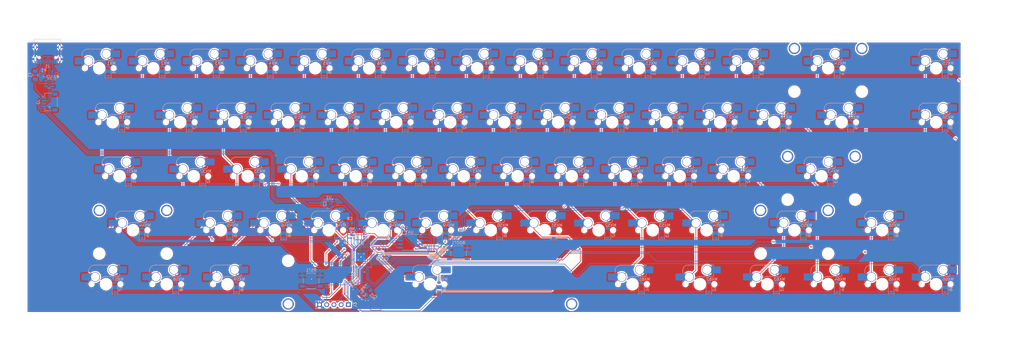
<source format=kicad_pcb>
(kicad_pcb (version 20241229) (generator "pcbnew") (generator_version "9.0")
  (layers (0 "F.Cu" signal) (2 "B.Cu" signal) (13 "F.Paste" user) (15 "B.Paste" user) (5 "F.SilkS" user "F.Silkscreen") (7 "B.SilkS" user "B.Silkscreen") (1 "F.Mask" user) (3 "B.Mask" user) (25 "Edge.Cuts" user))
  (net 0 "")
  (net 1 "Net-(BOOT1-Pad2)")
  (net 2 "GND")
  (net 3 "+5V")
  (net 4 "+3V3")
  (net 5 "+1v1")
  (net 6 "XIN")
  (net 7 "Net-(D1-A)")
  (net 8 "Net-(D2-A)")
  (net 9 "Net-(D3-A)")
  (net 10 "Net-(D4-A)")
  (net 11 "Net-(D5-A)")
  (net 12 "Net-(D6-A)")
  (net 13 "Net-(D7-A)")
  (net 14 "Net-(D8-A)")
  (net 15 "Net-(D9-A)")
  (net 16 "Net-(D10-A)")
  (net 17 "Net-(D11-A)")
  (net 18 "Net-(D12-A)")
  (net 19 "Net-(D13-A)")
  (net 20 "Net-(D14-A)")
  (net 21 "Net-(D15-A)")
  (net 22 "Net-(D16-A)")
  (net 23 "Net-(D17-A)")
  (net 24 "Net-(D18-A)")
  (net 25 "Net-(D19-A)")
  (net 26 "Net-(D20-A)")
  (net 27 "Net-(D21-A)")
  (net 28 "Net-(D22-A)")
  (net 29 "Net-(D23-A)")
  (net 30 "Net-(D24-A)")
  (net 31 "Net-(D25-A)")
  (net 32 "Net-(D26-A)")
  (net 33 "Net-(D27-A)")
  (net 34 "Net-(D28-A)")
  (net 35 "Net-(D29-A)")
  (net 36 "Net-(D30-A)")
  (net 37 "Net-(D31-A)")
  (net 38 "Net-(D32-A)")
  (net 39 "Net-(D33-A)")
  (net 40 "Net-(D34-A)")
  (net 41 "Net-(D35-A)")
  (net 42 "Net-(D36-A)")
  (net 43 "Net-(D37-A)")
  (net 44 "Net-(D38-A)")
  (net 45 "Net-(D39-A)")
  (net 46 "Net-(D40-A)")
  (net 47 "Net-(D41-A)")
  (net 48 "Net-(D42-A)")
  (net 49 "Net-(D43-A)")
  (net 50 "Net-(D44-A)")
  (net 51 "Net-(D45-A)")
  (net 52 "Net-(D46-A)")
  (net 53 "Net-(D47-A)")
  (net 54 "Net-(D48-A)")
  (net 55 "Net-(D49-A)")
  (net 56 "Net-(D50-A)")
  (net 57 "Net-(D51-A)")
  (net 58 "Net-(D52-A)")
  (net 59 "Net-(D53-A)")
  (net 60 "VBUS")
  (net 61 "Net-(J1-CC2)")
  (net 62 "Net-(J1-CC1)")
  (net 64 "D+")
  (net 66 "SWC")
  (net 67 "SWD")
  (net 68 "RESET")
  (net 69 "Q_SEL")
  (net 70 "XOUT")
  (net 71 "Q_CLK")
  (net 72 "Q_ID1")
  (net 73 "Q_ID3")
  (net 74 "Q_ID0")
  (net 75 "Q_ID2")
  (net 76 "Net-(D54-A)")
  (net 77 "Net-(D55-A)")
  (net 78 "Net-(D56-A)")
  (net 79 "Net-(D57-A)")
  (net 80 "Net-(D58-A)")
  (net 81 "Net-(D59-A)")
  (net 82 "Net-(D60-A)")
  (net 83 "Net-(D61-A)")
  (net 84 "Net-(D62-A)")
  (net 85 "Net-(D63-A)")
  (net 86 "Net-(D64-A)")
  (net 87 "Net-(D65-A)")
  (net 88 "Net-(D66-A)")
  (net 89 "Net-(U3-USB_DP)")
  (net 90 "Net-(U3-USB_DM)")
  (net 91 "Net-(R5-Pad2)")
  (net 99 "D-")
  (net 100 "Row1")
  (net 101 "Row2")
  (net 102 "Row3")
  (net 103 "Row4")
  (net 104 "Row5")
  (net 105 "Col1")
  (net 106 "Col2")
  (net 107 "Col3")
  (net 108 "Col4")
  (net 109 "Col5")
  (net 110 "Col6")
  (net 111 "Col7")
  (net 112 "Col8")
  (net 113 "Col9")
  (net 114 "Col10")
  (net 115 "Col11")
  (net 116 "Col12")
  (net 117 "Col13")
  (net 118 "Col14")
  (net 119 "Col15")
  (net 124 "Net-(C7-Pad2)")
  (footprint "PCM_marbastlib-mx:STAB_MX_P_2.25u" (layer "F.Cu") (at 86.51875 132.21875)
    (property "Reference" "S4" (hide yes))
    (property "Value" "MX_stab")
  )
  (footprint "PCM_marbastlib-mx:STAB_MX_P_6.25u" (layer "F.Cu") (at 191.29375 151.26875 180)
    (property "Reference" "S1" (hide yes))
    (property "Value" "MX_stab")
  )
  (footprint "PCM_marbastlib-mx:STAB_MX_P_2.25u" (layer "F.Cu") (at 329.40625 113.16875)
    (property "Reference" "S3" (hide yes))
    (property "Value" "MX_stab")
  )
  (footprint "Connector_PinHeader_2.54mm:PinHeader_1x05_P2.54mm_Vertical" (layer "F.Cu") (at 162.5 158.5 -90)
    (property "Reference" "J3")
    (property "Value" "Conn_01x05")
  )
  (footprint "PCM_marbastlib-mx:STAB_MX_P_2.25u" (layer "F.Cu") (at 319.88125 132.21875)
    (property "Reference" "S2" (hide yes))
    (property "Value" "MX_stab")
  )
  (footprint "PCM_marbastlib-mx:STAB_MX_P_2u" (layer "F.Cu") (at 331.7875 75.06875)
    (property "Reference" "S5" (hide yes))
    (property "Value" "MX_stab")
  )
  (footprint "Diode_SMD:D_SOD-123" (layer "B.Cu") (at 201.6125 95.1875 90)
    (property "Reference" "D22")
    (property "Value" "D_Small")
  )
  (footprint "Capacitor_SMD:C_0402_1005Metric" (layer "B.Cu") (at 167 155.575 135)
    (property "Reference" "C7")
    (property "Value" "22p")
  )
  (footprint "PCM_marbastlib-mx:SW_MX_HS_CPG151101S11_1u" (layer "B.Cu") (at 331.7875 151.26875 180)
    (property "Reference" "MX64")
    (property "Value" "MX_SW_HS")
  )
  (footprint "Diode_SMD:D_SOD-123" (layer "B.Cu") (at 120.65 133.2875 90)
    (property "Reference" "D45")
    (property "Value" "D_Small")
  )
  (footprint "Diode_SMD:D_SOD-123" (layer "B.Cu") (at 115.8875 76.1375 90)
    (property "Reference" "D3")
    (property "Value" "D_Small")
  )
  (footprint "PCM_marbastlib-mx:SW_MX_HS_CPG151101S11_1u" (layer "B.Cu") (at 174.625 132.21875 180)
    (property "Reference" "MX48")
    (property "Value" "MX_SW_HS")
  )
  (footprint "Capacitor_SMD:C_0402_1005Metric" (layer "B.Cu") (at 164.6 151.2 -135)
    (property "Reference" "C5")
    (property "Value" "100n")
  )
  (footprint "Diode_SMD:D_SOD-123" (layer "B.Cu") (at 182.5625 95.1875 90)
    (property "Reference" "D21")
    (property "Value" "D_Small")
  )
  (footprint "Diode_SMD:D_SOD-123" (layer "B.Cu") (at 96.8375 76.1375 90)
    (property "Reference" "D2")
    (property "Value" "D_Small")
  )
  (footprint "PCM_marbastlib-mx:SW_MX_HS_CPG151101S11_1u" (layer "B.Cu") (at 198.4375 94.11875 180)
    (property "Reference" "MX22")
    (property "Value" "MX_SW_HS")
  )
  (footprint "Crystal:Crystal_SMD_3225-4Pin_3.2x2.5mm" (layer "B.Cu") (at 169 153.575 45)
    (property "Reference" "Y1")
    (property "Value" "Crystal_GND24")
  )
  (footprint "PCM_marbastlib-mx:SW_MX_HS_CPG151101S11_1u" (layer "B.Cu") (at 227.0125 75.06875 180)
    (property "Reference" "MX9")
    (property "Value" "MX_SW_HS")
  )
  (footprint "Capacitor_SMD:C_0402_1005Metric" (layer "B.Cu") (at 153.049264 123.007107 90)
    (property "Reference" "C2")
    (property "Value" "1u")
  )
  (footprint "Capacitor_SMD:C_0402_1005Metric" (layer "B.Cu") (at 163.51875 134.5 90)
    (property "Reference" "C14")
    (property "Value" "100n")
  )
  (footprint "PCM_marbastlib-mx:SW_MX_HS_CPG151101S11_1u" (layer "B.Cu") (at 260.35 113.16875 180)
    (property "Reference" "MX40")
    (property "Value" "MX_SW_HS")
  )
  (footprint "Diode_SMD:D_SOD-123" (layer "B.Cu") (at 77.7875 76.1375 90)
    (property "Reference" "D1")
    (property "Value" "D_Small")
  )
  (footprint "PCM_marbastlib-mx:SW_MX_HS_CPG151101S11_1u" (layer "B.Cu") (at 312.7375 94.11875 180)
    (property "Reference" "MX28")
    (property "Value" "MX_SW_HS")
  )
  (footprint "PCM_marbastlib-mx:SW_MX_HS_CPG151101S11_1.25u" (layer "B.Cu") (at 76.99375 151.26875 180)
    (property "Reference" "MX57")
    (property "Value" "MX_SW_HS")
  )
  (footprint "Resistor_SMD:R_0402_1005Metric" (layer "B.Cu") (at 195.709999 141.74375 180)
    (property "Reference" "R8")
    (property "Value" "1k")
  )
  (footprint "PCM_marbastlib-mx:SW_MX_HS_CPG151101S11_1u" (layer "B.Cu") (at 179.3875 94.11875 180)
    (property "Reference" "MX21")
    (property "Value" "MX_SW_HS")
  )
  (footprint "PCM_marbastlib-mx:SW_MX_HS_CPG151101S11_1.5u" (layer "B.Cu") (at 79.375 94.11875 180)
    (property "Reference" "MX16")
    (property "Value" "MX_SW_HS")
  )
  (footprint "PCM_marbastlib-mx:SW_MX_HS_CPG151101S11_1u" (layer "B.Cu") (at 160.3375 94.11875 180)
    (property "Reference" "MX20")
    (property "Value" "MX_SW_HS")
  )
  (footprint "Capacitor_SMD:C_0402_1005Metric" (layer "B.Cu") (at 164.5 134.5 90)
    (property "Reference" "C4")
    (property "Value" "1u")
  )
  (footprint "Resistor_SMD:R_0402_1005Metric" (layer "B.Cu") (at 155 152 90)
    (property "Reference" "R6")
    (property "Value" "5.1k")
  )
  (footprint "PCM_marbastlib-mx:SW_MX_HS_CPG151101S11_1u" (layer "B.Cu") (at 284.1625 75.06875 180)
    (property "Reference" "MX12")
    (property "Value" "MX_SW_HS")
  )
  (footprint "Diode_SMD:D_SOD-123" (layer "B.Cu") (at 306.3875 76.1375 90)
    (property "Reference" "D13")
    (property "Value" "D_Small")
  )
  (footprint "Diode_SMD:D_SOD-123" (layer "B.Cu") (at 192.0875 76.1375 90)
    (property "Reference" "D7")
    (property "Value" "D_Small")
  )
  (footprint "Diode_SMD:D_SOD-123" (layer "B.Cu") (at 211.1375 76.1375 90)
    (property "Reference" "D8")
    (property "Value" "D_Small")
  )
  (footprint "Diode_SMD:D_SOD-123" (layer "B.Cu") (at 332.58125 114.2375 90)
    (property "Reference" "D43")
    (property "Value" "D_Small")
  )
  (footprint "PCM_marbastlib-mx:SW_MX_HS_CPG151101S11_1u" (layer "B.Cu") (at 86.51875 132.21875 180)
    (property "Reference" "MX44")
    (property "Value" "MX_SW_HS")
  )
  (footprint "PCM_marbastlib-mx:SW_MX_HS_CPG151101S11_1.25u" (layer "B.Cu") (at 262.73125 151.26875 180)
    (property "Reference" "MX61")
    (property "Value" "MX_SW_HS")
  )
  (footprint "Diode_SMD:D_SOD-123" (layer "B.Cu") (at 187.325 114.2375 90)
    (property "Reference" "D36")
    (property "Value" "D_Small")
  )
  (footprint "PCM_marbastlib-mx:SW_MX_HS_CPG151101S11_1u" (layer "B.Cu") (at 250.825 132.21875 180)
    (property "Reference" "MX52")
    (property "Value" "MX_SW_HS")
  )
  (footprint "Connector_JST:JST_SH_SM04B-SRSS-TB_1x04-1MP_P1.00mm_Horizontal" (layer "B.Cu") (at 57.125 87 -90)
    (property "Reference" "J2")
    (property "Value" "Conn_01x04")
  )
  (footprint "Diode_SMD:D_SOD-123" (layer "B.Cu") (at 130.175 114.2375 90)
    (property "Reference" "D33")
    (property "Value" "D_Small")
  )
  (footprint "Diode_SMD:D_SOD-123" (layer "B.Cu") (at 158.75 133.2875 90)
    (property "Reference" "D47")
    (property "Value" "D_Small")
  )
  (footprint "Resistor_SMD:R_0402_1005Metric" (layer "B.Cu") (at 195.690001 138.14375)
    (property "Reference" "R5")
    (property "Value" "5.1k")
  )
  (footprint "Resistor_SMD:R_0402_1005Metric" (layer "B.Cu") (at 164.51875 132.11875 -90)
    (property "Reference" "R4")
    (property "Value" "27")
  )
  (footprint "PCM_marbastlib-mx:SW_MX_HS_CPG151101S11_1u" (layer "B.Cu") (at 329.40625 113.16875 180)
    (property "Reference" "MX43")
    (property "Value" "MX_SW_HS")
  )
  (footprint "PCM_marbastlib-mx:SW_MX_HS_CPG151101S11_1u" (layer "B.Cu") (at 169.8625 75.06875 180)
    (property "Reference" "MX6")
    (property "Value" "MX_SW_HS")
  )
  (footprint "Diode_SMD:D_SOD-123" (layer "B.Cu") (at 289.71875 152.3375 90)
    (property "Reference" "D62")
    (property "Value" "D_Small")
  )
  (footprint "Diode_SMD:D_SOD-123" (layer "B.Cu") (at 234.95 133.2875 90)
    (property "Reference" "D51")
    (property "Value" "D_Small")
  )
  (footprint "PCM_marbastlib-mx:SW_MX_HS_CPG151101S11_1u" (layer "B.Cu") (at 246.0625 75.06875 180)
    (property "Reference" "MX10")
    (property "Value" "MX_SW_HS")
  )
  (footprint "Diode_SMD:D_SOD-123" (layer "B.Cu") (at 334.9625 152.3375 90)
    (property "Reference" "D64")
    (property "Value" "D_Small")
  )
  (footprint "Resistor_SMD:R_0402_1005Metric" (layer "B.Cu") (at 195.690001 139.94375 180)
    (property "Reference" "R7")
    (property "Value" "5.1k")
  )
  (footprint "PCM_marbastlib-mx:SW_MX_HS_CPG151101S11_1.25u" (layer "B.Cu") (at 119.85625 151.26875 180)
    (property "Reference" "MX59")
    (property "Value" "MX_SW_HS")
  )
  (footprint "PCM_marbastlib-mx:SW_MX_HS_CPG151101S11_1u" (layer "B.Cu") (at 350.8375 151.26875 180)
    (property "Reference" "MX65")
    (property "Value" "MX_SW_HS")
  )
  (footprint "Diode_SMD:D_SOD-123" (layer "B.Cu") (at 230.1875 76.1375 90)
    (property "Reference" "D9")
    (property "Value" "D_Small")
  )
  (footprint "PCM_marbastlib-mx:SW_MX_HS_CPG151101S11_1.5u" (layer "B.Cu") (at 336.55 94.11875 180)
    (property "Reference" "MX29")
    (property "Value" "MX_SW_HS")
  )
  (footprint "Diode_SMD:D_SOD-123" (layer "B.Cu") (at 354.0125 152.3375 90)
    (property "Reference" "D65")
    (property "Value" "D_Small")
  )
  (footprint "Diode_SMD:D_SOD-123" (layer "B.Cu") (at 225.425 114.2375 90)
    (property "Reference" "D38")
    (property "Value" "D_Small")
  )
  (footprint "PCM_marbastlib-mx:SW_MX_HS_CPG151101S11_1u" (layer "B.Cu") (at 150.8125 75.06875 180)
    (property "Reference" "MX5")
    (property "Value" "MX_SW_HS")
  )
  (footprint "Diode_SMD:D_SOD-123" (layer "B.Cu") (at 196.85 133.2875 90)
    (property "Reference" "D49")
    (property "Value" "D_Small")
  )
  (footprint "Diode_SMD:D_SOD-123" (layer "B.Cu") (at 373.0625 95.1875 90)
    (property "Reference" "D30")
    (property "Value" "D_Small")
  )
  (footprint "PCM_marbastlib-mx:SW_MX_HS_CPG151101S11_1u" (layer "B.Cu") (at 369.8875 75.06875 180)
    (property "Reference" "MX15")
    (property "Value" "MX_SW_HS")
  )
  (footprint "PCM_marbastlib-mx:SW_MX_HS_CPG151101S11_1u" (layer "B.Cu") (at 236.5375 94.11875 180)
    (property "Reference" "MX24")
    (property "Value" "MX_SW_HS")
  )
  (footprint "PCM_marbastlib-mx:SW_MX_HS_CPG151101S11_1u" (layer "B.Cu") (at 141.2875 94.11875 180)
    (property "Reference" "MX19")
    (property "Value" "MX_SW_HS")
  )
  (footprint "Diode_SMD:D_SOD-123" (layer "B.Cu") (at 101.6 152.3375 90)
    (property "Reference" "D58")
    (property "Value" "D_Small")
  )
  (footprint "Diode_SMD:D_SOD-123" (layer "B.Cu") (at 265.90625 152.3375 90)
    (property "Reference" "D61")
    (property "Value" "D_Small")
  )
  (footprint "PCM_marbastlib-mx:SW_MX_HS_CPG151101S11_1u" (layer "B.Cu") (at 93.6625 75.06875 180)
    (property "Reference" "MX2")
    (property "Value" "MX_SW_HS")
  )
  (footprint "Diode_SMD:D_SOD-123" (layer "B.Cu") (at 106.3625 95.1875 90)
    (property "Reference" "D17")
    (property "Value" "D_Small")
  )
  (footprint "Diode_SMD:D_SOD-123" (layer "B.Cu") (at 254 133.2875 90)
    (property "Reference" "D52")
    (property "Value" "D_Small")
  )
  (footprint "PCM_marbastlib-mx:SW_MX_HS_CPG151101S11_1u" (layer "B.Cu") (at 107.95 113.16875 180)
    (property "Reference" "MX32")
    (property "Value" "MX_SW_HS")
  )
  (footprint "PCM_marbastlib-mx:SW_MX_HS_CPG151101S11_1u" (layer "B.Cu") (at 165.1 113.16875 180)
    (property "Reference" "MX35")
    (property "Value" "MX_SW_HS")
  )
  (footprint "Resistor_SMD:R_0402_1005Metric" (layer "B.Cu") (at 165.51875 132.11875 -90)
    (property "Reference" "R3")
    (property "Value" "27")
  )
  (footprint "Capacitor_SMD:C_0402_1005Metric" (layer "B.Cu") (at 158.65875 122.99375 90)
    (property "Reference" "C1" (hide yes))
    (property "Value" "1u")
  )
  (footprint "Diode_SMD:D_SOD-123" (layer "B.Cu") (at 220.6625 95.1875 90)
    (property "Reference" "D23")
    (property "Value" "D_Small")
  )
  (footprint "PCM_marbastlib-mx:SW_MX_HS_CPG151101S11_1u" (layer "B.Cu") (at 203.2 113.16875 180)
    (property "Reference" "MX37")
    (property "Value" "MX_SW_HS")
  )
  (footprint "Diode_SMD:D_SOD-123" (layer "B.Cu") (at 149.225 114.2375 90)
    (property "Reference" "D34")
    (property "Value" "D_Small")
  )
  (footprint "Diode_SMD:D_SOD-123" (layer "B.Cu") (at 80.16875 152.3375 90)
    (property "Reference" "D57")
    (property "Value" "D_Small")
  )
  (footprint "Capacitor_SMD:C_0402_1005Metric" (layer "B.Cu") (at 172.86375 138.53125)
    (property "Reference" "C10")
    (property "Value" "100n")
  )
  (footprint "Capacitor_SMD:C_0402_1005Metric" (layer "B.Cu") (at 167.2 132 90)
    (property "Reference" "C15")
    (property "Value" "100n")
  )
  (footprint "Diode_SMD:D_SOD-123" (layer "B.Cu") (at 177.8 133.2875 90)
    (property "Reference" "D48")
    (property "Value" "D_Small")
  )
  (footprint "PCM_marbastlib-mx:SW_MX_HS_CPG151101S11_1u" (layer "B.Cu") (at 269.875 132.21875 180)
    (property "Reference" "MX53")
    (property "Value" "MX_SW_HS")
  )
  (footprint "PCM_marbastlib-mx:SW_MX_HS_CPG151101S11_1u" (layer "B.Cu") (at 117.475 132.21875 180)
    (property "Reference" "MX45")
    (property "Value" "MX_SW_HS")
  )
  (footprint "PCM_marbastlib-mx:SW_MX_HS_CPG151101S11_1u" (layer "B.Cu") (at 217.4875 94.11875 180)
    (property "Reference" "MX23")
    (property "Value" "MX_SW_HS")
  )
  (footprint "Diode_SMD:D_SOD-123" (layer "B.Cu") (at 268.2875 76.1375 90)
    (property "Reference" "D11")
    (property "Value" "D_Small")
  )
  (footprint "Diode_SMD:D_SOD-123" (layer "B.Cu") (at 282.575 114.2375 90)
    (property "Reference" "D41")
    (property "Value" "D_Small")
  )
  (footprint "PCM_marbastlib-mx:SW_MX_HS_CPG151101S11_1u" (layer "B.Cu") (at 184.15 113.16875 180)
    (property "Reference" "MX36")
    (property "Value" "MX_SW_HS")
  )
  (footprint "PCM_marbastlib-mx:SW_MX_HS_CPG151101S11_1u" (layer "B.Cu") (at 155.575 132.21875 180)
    (property "Reference" "MX47")
    (property "Value" "MX_SW_HS")
  )
  (footprint "Diode_SMD:D_SOD-123" (layer "B.Cu") (at 263.525 114.2375 90)
    (property "Reference" "D40")
    (property "Value" "D_Small")
  )
  (footprint "Diode_SMD:D_SOD-123" (layer "B.Cu") (at 244.475 114.2375 90)
    (property "Reference" "D39")
    (property "Value" "D_Small")
  )
  (footprint "Capacitor_SMD:C_0402_1005Metric" (layer "B.Cu") (at 161.75125 137.7375 180)
    (property "Reference" "C9")
    (property "Value" "1u")
  )
  (footprint "PCM_marbastlib-mx:SW_MX_HS_CPG151101S11_1u" (layer "B.Cu") (at 350.8375 132.21875 180)
    (property "Reference" "MX56")
    (property "Value" "MX_SW_HS")
  )
  (footprint "PCM_marbastlib-mx:SW_MX_HS_CPG151101S11_1u" (layer "B.Cu") (at 298.45 113.16875 180)
    (property "Reference" "MX42")
    (property "Value" "MX_SW_HS")
  )
  (footprint "PCM_marbastlib-mx:SW_MX_HS_CPG151101S11_1u" (layer "B.Cu") (at 103.1875 94.11875 180)
    (property "Reference" "MX17")
    (property "Value" "MX_SW_HS")
  )
  (footprint "PCM_marbastlib-mx:SW_MX_HS_CPG151101S11_1.75u" (layer "B.Cu") (at 81.75625 113.16875 180)
    (property "Reference" "MX31")
    (property "Value" "MX_SW_HS")
  )
  (footprint "Diode_SMD:D_SOD-123" (layer "B.Cu") (at 354.0125 133.2875 90)
    (property "Reference" "D56")
    (property "Value" "D_Small")
  )
  (footprint "Diode_SMD:D_SOD-123" (layer "B.Cu") (at 194.46875 152.3375 90)
    (property "Reference" "D60")
    (property "Value" "D_Small")
  )
  (footprint "PCM_marbastlib-mx:SW_MX_HS_CPG151101S11_1u" (layer "B.Cu") (at 293.6875 94.11875 180)
    (property "Reference" "MX27")
    (property "Value" "MX_SW_HS")
  )
  (footprint "Diode_SMD:D_SOD-123" (layer "B.Cu") (at 173.0375 76.1375 90)
    (property "Reference" "D6")
    (property "Value" "D_Small")
  )
  (footprint "PCM_marbastlib-mx:SW_MX_HS_CPG151101S11_1u" (layer "B.Cu") (at 255.5875 94.11875 180)
    (property "Reference" "MX25")
    (property "Value" "MX_SW_HS")
  )
  (footprint "Diode_SMD:D_SOD-123" (layer "B.Cu") (at 277.8125 95.1875 90)
    (property "Reference" "D26")
    (property "Value" "D_Small")
  )
  (footprint "Diode_SMD:D_SOD-123" (layer "B.Cu") (at 144.4625 95.1875 90)
    (property "Reference" "D19")
    (property "Value" "D_Small")
  )
  (footprint "PCM_marbastlib-mx:SW_MX_HS_CPG151101S11_1u" (layer "B.Cu") (at 279.4 113.16875 180)
    (property "Reference" "MX41")
    (property "Value" "MX_SW_HS")
  )
  (footprint "PCM_marbastlib-mx:SW_MX_HS_CPG151101S11_1u" (layer "B.Cu") (at 231.775 132.21875 180)
    (property "Reference" "MX51")
    (property "Value" "MX_SW_HS")
  )
  (footprint "Capacitor_SMD:C_0402_1005Metric" (layer "B.Cu") (at 171 155.075 45)
    (property "Reference" "C6")
    (property "Value" "22p")
  )
  (footprint "Diode_SMD:D_SOD-123" (layer "B.Cu") (at 215.9 133.2875 90)
    (property "Reference" "D50")
    (property "Value" "D_Small")
  )
  (footprint "Diode_SMD:D_SOD-123" (layer "B.Cu") (at 323.05625 133.2875 90)
    (property "Reference" "D55")
    (property "Value" "D_Small")
  )
  (footprint "Fuse:Fuse_1206_3216Metric" (layer "B.Cu") (at 52 77.5 -90)
    (property "Reference" "F1")
    (property "Value" "Fuse_Small")
  )
  (footprint "Diode_SMD:D_SOD-123" (layer "B.Cu") (at 89.69375 133.2875 90)
    (property "Reference" "D44")
    (property "Value" "D_Small")
  )
  (footprint "Diode_SMD:D_SOD-123" (layer "B.Cu") (at 168.275 114.2375 90)
    (property "Reference" "D35")
    (property "Value" "D_Small")
  )
  (footprint "PCM_marbastlib-mx:SW_MX_HS_CPG151101S11_1u" (layer "B.Cu") (at 319.88125 132.21875 180)
    (property "Reference" "MX55")
    (property "Value" "MX_SW_HS")
  )
  (footprint "Diode_SMD:D_SOD-123" (layer "B.Cu") (at 82.55 95.1875 90)
    (property "Reference" "D16")
    (property "Value" "D_Small")
  )
  (footprint "PCM_marbastlib-mx:SW_MX_HS_CPG151101S11_1u" (layer "B.Cu") (at 74.6125 75.06875 180)
    (property "Reference" "MX1")
    (property "Value" "MX_SW_HS")
  )
  (footprint "Diode_SMD:D_SOD-123" (layer "B.Cu") (at 84.93125 114.2375 90)
    (property "Reference" "D31")
    (property "Value" "D_Small")
  )
  (footprint "Diode_SMD:D_SOD-123" (layer "B.Cu") (at 313.53125 152.3375 90)
    (property "Reference" "D63")
    (property "Value" "D_Small")
  )
  (footprint "Diode_SMD:D_SOD-123" (layer "B.Cu") (at 258.7625 95.1875 90)
    (property "Reference" "D25")
    (property "Value" "D_Small")
  )
  (footprint "PCM_marbastlib-mx:SW_MX_HS_CPG151101S11_1u" (layer "B.Cu") (at 127 113.16875 180)
    (property "Reference" "MX33")
    (property "Value" "MX_SW_HS")
  )
  (footprint "PCM_marbastlib-mx:SW_MX_HS_CPG151101S11_1u" (layer "B.Cu") (at 369.8875 151.26875 180)
    (property "Reference" "MX66")
    (property "Value" "MX_SW_HS")
  )
  (footprint "Diode_SMD:D_SOD-123" (layer "B.Cu") (at 273.05 133.2875 90)
    (property "Reference" "D53")
    (property "Value" "D_Small")
  )
  (footprint "PCM_marbastlib-mx:SW_MX_HS_CPG151101S11_1u" (layer "B.Cu") (at 274.6375 94.11875 180)
    (property "Reference" "MX26")
    (property "Value" "MX_SW_HS")
  )
  (footprint "PCM_marbastlib-mx:SW_MX_HS_CPG151101S11_1u" (layer "B.Cu") (at 122.2375 94.11875 180)
    (property "Reference" "MX18")
    (property "Value" "MX_SW_HS")
  )
  (footprint "PCM_marbastlib-mx:SW_MX_HS_CPG151101S11_1u" (layer "B.Cu") (at 191.29375 151.26875 180)
    (property "Reference" "MX60")
    (property "Value" "MX_SW_HS")
  )
  (footprint "Diode_SMD:D_SOD-123" (layer "B.Cu") (at 206.375 114.2375 90)
    (property "Reference" "D37")
    (property "Value" "D_Small")
  )
  (footprint "PCM_marbastlib-mx:SW_MX_HS_CPG151101S11_1.25u" (layer "B.Cu") (at 286.54375 151.26875 180)
    (property "Reference" "MX62")
    (property "Value" "MX_SW_HS")
  )
  (footprint "Diode_SMD:D_SOD-123" (layer "B.Cu") (at 292.1 133.2875 90)
    (property "Reference" "D54")
    (property "Value" "D_Small")
  )
  (footprint "Button_Switch_SMD:SW_SPST_TL3342" (layer "B.Cu") (at 201.340001 140.39375 180)
    (property "Reference" "BOOT1")
    (property "Value" "SW_Push")
  )
  (footprint "Diode_SMD:D_SOD-123" (layer "B.Cu") (at 139.7 133.2875 90)
    (property "Reference" "D46")
    (property "Value" "D_Small")
  )
  (footprint "PCM_marbastlib-mx:SW_MX_HS_CPG151101S11_1u" (layer "B.Cu") (at 265.1125 75.06875 180)
    (property "Reference" "MX11")
    (property "Value" "MX_SW_HS")
  )
  (footprint "Capacitor_SMD:C_0603_1608Metric" (layer "B.Cu") (at 163 129.6 180)
    (property "Reference" "C8")
    (property "Value" "10u")
  )
  (footprint "Diode_SMD:D_SOD-123" (layer "B.Cu") (at 163.5125 95.1875 90)
    (property "Reference" "D20")
    (property "Value" "D_Small")
  )
  (footprint "Diode_SMD:D_SOD-123" (layer "B.Cu") (at 301.625 114.2375 90)
    (property "Reference" "D42")
    (property "Value" "D_Small")
  )
  (footprint "PCM_marbastlib-mx:SW_MX_HS_CPG151101S11_1u" (layer "B.Cu") (at 193.675 132.21875 180)
    (property "Reference" "MX49")
    (property "Value" "MX_SW_HS")
  )
  (footprint "Diode_SMD:D_SOD-123" (layer "B.Cu") (at 334.9625 76.1375 90)
    (property "Reference" "D14")
    (property "Value" "D_Small")
  )
  (footprint "PCM_marbastlib-mx:SW_MX_HS_CPG151101S11_1u" (layer "B.Cu") (at 222.25 113.16875 180)
    (property "Reference" "MX38")
    (property "Value" "MX_SW_HS")
  )
  (footprint "Resistor_SMD:R_0402_1005Metric" (layer "B.Cu") (at 167 152 45)
    (property "Reference" "R9")
    (property "Value" "1k")
  )
  (footprint "PCM_marbastlib-mx:SW_MX_HS_CPG151101S11_1u" (layer "B.Cu") (at 207.9625 75.06875 180)
    (property "Reference" "MX8")
    (property "Value" "MX_SW_HS")
  )
  (footprint "PCM_marbastlib-various:SOT-23-6-routable" (layer "B.Cu") (at 57 80.5 180)
    (property "Reference" "U2")
    (property "Value" "SRV05-4")
  )
  (footprint "PCM_marbastlib-mx:SW_MX_HS_CPG151101S11_1u" (layer "B.Cu") (at 288.925 132.21875 180)
    (property "Reference" "MX54")
    (property "Value" "MX_SW_HS")
  )
  (footprint "Package_DFN_QFN:QFN-56-1EP_7x7mm_P0.4mm_EP3.2x3.2mm" (layer "B.Cu") (at 167 141.7 180)
    (property "Reference" "U3")
    (property "Value" "RP2040")
  )
  (footprint "PCM_marbastlib-mx:SW_MX_HS_CPG151101S11_1u" (layer "B.Cu") (at 98.425 151.26875 180)
    (property "Reference" "MX58")
    (property "Value" "MX_SW_HS")
  )
  (footprint "Diode_SMD:D_SOD-123" (layer "B.Cu") (at 123.03125 152.3375 90)
    (property "Reference" "D59")
    (property "Value" "D_Small")
  )
  (footprint "PCM_marbastlib-mx:SW_MX_HS_CPG151101S11_1u" (layer "B.Cu") (at 241.3 113.16875 180)
    (property "Reference" "MX39")
    (property "Value" "MX_SW_HS")
  )
  (footprint "Capacitor_SMD:C_0402_1005Metric" (layer "B.Cu") (at 182.2 132)
    (property "Reference" "C3")
    (property "Value" "1u")
  )
  (footprint "Diode_SMD:D_SOD-123" (layer "B.Cu") (at 287.3375 76.1375 90)
    (property "Reference" "D12")
    (property "Value" "D_Small")
  )
  (footprint "PCM_marbastlib-mx:SW_MX_HS_CPG151101S11_1u" (layer "B.Cu") (at 212.725 132.21875 180)
    (property "Reference" "MX50")
    (property "Value" "MX_SW_HS")
  )
  (footprint "Diode_SMD:D_SOD-123" (layer "B.Cu") (at 373.0625 76.1375 90)
    (property "Reference" "D15")
    (property "Value" "D_Small")
  )
  (footprint "Resistor_SMD:R_0402_1005Metric" (layer "B.Cu") (at 59.53125 76.99375)
    (property "Reference" "R2")
    (property "Value" "5.1k")
  )
  (footprint "PCM_marbastlib-mx:SW_MX_HS_CPG151101S11_1u" (layer "B.Cu") (at 146.05 113.16875 180)
    (property "Reference" "MX34")
    (property "Value" "MX_SW_HS")
  )
  (footprint "Resistor_SMD:R_0402_1005Metric" (layer "B.Cu") (at 55.052501 76.99375 180)
    (property "Reference" "R1")
    (property "Value" "5.1k")
  )
  (footprint "PCM_marbastlib-mx:SW_MX_HS_CPG151101S11_1u" (layer "B.Cu") (at 188.9125 75.06875 180)
    (property "Reference" "MX7")
    (property "Value" "MX_SW_HS")
  )
  (footprint "PCM_marbastlib-mx:SW_MX_HS_CPG151101S11_1u" (layer "B.Cu") (at 369.8875 94.11875 180)
    (property "Reference" "MX30")
    (property "Value" "MX_SW_HS")
  )
  (footprint "Diode_SMD:D_SOD-123" (layer "B.Cu") (at 134.9375 76.1375 90)
    (property "Reference" "D4")
    (property "Value" "D_Small")
  )
  (footprint "Diode_SMD:D_SOD-123" (layer "B.Cu") (at 125.4125 95.1875 90)
    (property "Reference" "D18")
    (property "Value" "D_Small")
  )
  (footprint "Capacitor_SMD:C_0402_1005Metric" (layer "B.Cu") (at 165.260589 151.939411 -135)
    (property "Reference" "C16")
    (property "Value" "100n")
  )
  (footprint "Diode_SMD:D_SOD-123" (layer "B.Cu") (at 339.725 95.1875 90)
    (property "Reference" "D29")
    (property "Value" "D_Small")
  )
  (footprint "PCM_marbastlib-mx:SW_MX_HS_CPG151101S11_1u" (layer "B.Cu") (at 112.7125 75.06875 180)
    (property "Reference" "MX3")
    (property "Value" "MX_SW_HS")
  )
  (footprint "Package_SO:SOIC-8_5.3x5.3mm_P1.27mm" (layer "B.Cu") (at 184.5 136.5 180)
    (property "Reference" "U4")
    (property "Value" "W25Q128JVS")
  )
  (footprint "Diode_SMD:D_SOD-123" (layer "B.Cu") (at 296.8625 95.1875 90)
    (property "Reference" "D27")
    (property "Value" "D_Small")
  )
  (footprint "Diode_SMD:D_SOD-123" (layer "B.Cu") (at 373.0625 152.3375 90)
    (property "Reference" "D66")
    (property "Value" "D_Small")
  )
  (footprint "Diode_SMD:D_SOD-123" (layer "B.Cu") (at 249.2375 76.1375 90)
    (property "Reference" "D10")
    (property "Value" "D_Small")
  )
  (footprint "PCM_marbastlib-mx:SW_MX_HS_CPG151101S11_1.25u" (layer "B.Cu") (at 310.35625 151.26875 180)
    (property "Reference" "MX63")
    (property "Value" "MX_SW_HS")
  )
  (footprint "Diode_SMD:D_SOD-123" (layer "B.Cu") (at 239.7125 95.1875 90)
    (property "Reference" "D24")
    (property "Value" "D_Small")
  )
  (footprint "Capacitor_SMD:C_0402_1005Metric" (layer "B.Cu") (at 175.225 141.26875)
    (property "Reference" "C12")
    (property "Value" "100n")
  )
  (footprint "PCM_marbastlib-mx:SW_MX_HS_CPG151101S11_1u" (layer "B.Cu") (at 331.7875 75.06875 180)
    (property "Reference" "MX14")
    (property "Value" "MX_SW_HS")
  )
  (footprint "Diode_SMD:D_SOD-123" (layer "B.Cu") (at 111.125 114.2375 90)
    (property "Reference" "D32")
    (property "Value" "D_Small")
  )
  (footprint "Capacitor_SMD:C_0402_1005Metric" (layer "B.Cu") (at 167.9875 134 90)
    (property "Reference" "C13")
    (property "Value" "100n")
  )
  (footprint "PCM_marbastlib-mx:SW_MX_HS_CPG151101S11_1u" (layer "B.Cu") (at 303.2125 75.06875 180)
    (property "Reference" "MX13")
    (property "Value" "MX_SW_HS")
  )
  (footprint "Button_Switch_SMD:SW_SPST_TL3342" (layer "B.Cu") (at 149.4 150.1 180)
    (property "Reference" "RST1")
    (property "Value" "SW_Push")
  )
  (footprint "PCM_marbastlib-mx:SW_MX_HS_CPG151101S11_1u" (layer "B.Cu") (at 136.525 132.21875 180)
    (property "Reference" "MX46")
    (property "Value" "MX_SW_HS")
  )
  (footprint "Diode_SMD:D_SOD-123" (layer "B.Cu") (at 153.9875 76.1375 90)
    (property "Reference" "D5")
    (property "Value" "D_Small")
  )
  (footprint "PCM_marbastlib-mx:SW_MX_HS_CPG151101S11_1u" (layer "B.Cu") (at 131.7625 75.06875 180)
    (property "Reference" "MX4")
    (property "Value" "MX_SW_HS")
  )
  (footprint "Capacitor_SMD:C_0402_1005Metric" (layer "B.Cu") (at 160.95 141.96875 180)
    (property "Reference" "C11")
    (property "Value" "100n")
  )
  (footprint "Package_TO_SOT_SMD:SOT-23-3" (layer "B.Cu") (at 155.6 123.1 180)
    (property "Reference" "U1")
    (property "Value" "XC6206PxxxMR")
  )
  (footprint "Diode_SMD:D_SOD-123" (layer "B.Cu") (at 315.9125 95.1875 90)
    (property "Reference" "D28")
    (property "Value" "D_Small")
  )
  (footprint "Connector_USB:USB_C_Receptacle_HRO_TYPE-C-31-M-12" (layer "B.Cu") (at 56.35625 68.71875)
    (property "Reference" "J1")
    (property "Value" "USB_C_Receptacle_USB2.0_16P")
  )
  (gr_rect (start 48.8 65.54375) (end 379 161.54375) (stroke (width 0.05)) (fill no) (layer "Edge.Cuts"))
  (segment (start 197.640002 141.74375) (end 198.190002 142.29375) (width 0.2) (layer "B.Cu") (net 1))
  (segment (start 198.190002 142.29375) (end 204.49 142.29375) (width 0.2) (layer "B.Cu") (net 1))
  (segment (start 196.219998 141.74375) (end 197.640002 141.74375) (width 0.2) (layer "B.Cu") (net 1))
  (segment (start 168.2 147) (end 171.5 150.3) (width 0.2) (layer "F.Cu") (net 2))
  (segment (start 168 157) (end 164.2 153.2) (width 0.2) (layer "F.Cu") (net 2))
  (segment (start 171.5 150.3) (end 171.5 155) (width 0.2) (layer "F.Cu") (net 2))
  (segment (start 152.34 152.34) (end 149.5 149.5) (width 0.25) (layer "F.Cu") (net 2))
  (segment (start 60 78) (end 60.67625 77.32375) (width 0.3) (layer "F.Cu") (net 2))
  (segment (start 169.5 157) (end 168.5 157) (width 0.2) (layer "F.Cu") (net 2))
  (segment (start 60.67625 77.32375) (end 60.67625 71.84875) (width 0.3) (layer "F.Cu") (net 2))
  (segment (start 52.03625 75.03625) (end 52.03625 71.84875) (width 0.3) (layer "F.Cu") (net 2))
  (segment (start 165 133.14375) (end 163.6 133.14375) (width 0.25) (layer "F.Cu") (net 2))
  (segment (start 166.4 131.74375) (end 165 133.14375) (width 0.25) (layer "F.Cu") (net 2))
  (segment (start 55 78) (end 60 78) (width 0.3) (layer "F.Cu") (net 2))
  (segment (start 168.5 157) (end 168 157) (width 0.2) (layer "F.Cu") (net 2))
  (segment (start 168.2 151.2) (end 168.2 147) (width 0.2) (layer "F.Cu") (net 2))
  (segment (start 165.9 151.5) (end 168.5 151.5) (width 0.2) (layer "F.Cu") (net 2))
  (segment (start 152.34 158.5) (end 152.34 152.34) (width 0.25) (layer "F.Cu") (net 2))
  (segment (start 164.2 153.2) (end 165.9 151.5) (width 0.2) (layer "F.Cu") (net 2))
  (segment (start 168.5 151.5) (end 168.2 151.2) (width 0.2) (layer "F.Cu") (net 2))
  (segment (start 55 78) (end 52.03625 75.03625) (width 0.3) (layer "F.Cu") (net 2))
  (segment (start 169.5 157) (end 171.5 155) (width 0.2) (layer "F.Cu") (net 2))
  (via (at 167 141.7) (size 0.6) (drill 0.3) (layers "F.Cu" "B.Cu") (net 2))
  (via (at 168.1 142.84375) (size 0.6) (drill 0.3) (layers "F.Cu" "B.Cu") (net 2))
  (via (at 167 141.7) (size 0.6) (drill 0.3) (layers "F.Cu" "B.Cu") (net 2))
  (via (at 166 142.74375) (size 0.6) (drill 0.3) (layers "F.Cu" "B.Cu") (net 2))
  (via (at 167 141.7) (size 0.6) (drill 0.3) (layers "F.Cu" "B.Cu") (net 2))
  (via (at 183.2 131) (size 0.6) (drill 0.3) (layers "F.Cu" "B.Cu") (net 2))
  (via (at 60 78) (size 0.6) (drill 0.3) (layers "F.Cu" "B.Cu") (net 2))
  (via (at 149.5 149.5) (size 0.6) (drill 0.3) (layers "F.Cu" "B.Cu") (net 2))
  (via (at 167 141.7) (size 0.6) (drill 0.3) (layers "F.Cu" "B.Cu") (net 2))
  (via (at 167 141.7) (size 0.6) (drill 0.3) (layers "F.Cu" "B.Cu") (net 2))
  (via (at 168.5 157) (size 0.6) (drill 0.3) (layers "F.Cu" "B.Cu") (net 2))
  (via (at 167 141.7) (size 0.6) (drill 0.3) (layers "F.Cu" "B.Cu") (net 2))
  (via (at 168 140.54375) (size 0.6) (drill 0.3) (layers "F.Cu" "B.Cu") (net 2))
  (via (at 163.6 133.14375) (size 0.6) (drill 0.3) (layers "F.Cu" "B.Cu") (net 2))
  (via (at 167 141.7) (size 0.6) (drill 0.3) (layers "F.Cu" "B.Cu") (net 2))
  (via (at 169.5 157) (size 0.6) (drill 0.3) (layers "F.Cu" "B.Cu") (net 2))
  (via (at 161 129.74375) (size 0.6) (drill 0.3) (layers "F.Cu" "B.Cu") (net 2))
  (via (at 167 141.7) (size 0.6) (drill 0.3) (layers "F.Cu" "B.Cu") (net 2))
  (via (at 168.5 151.5) (size 0.6) (drill 0.3) (layers "F.Cu" "B.Cu") (net 2))
  (via (at 176.775 141.29375) (size 0.6) (drill 0.3) (layers "F.Cu" "B.Cu") (net 2))
  (via (at 166 142.74375) (size 0.6) (drill 0.3) (layers "F.Cu" "B.Cu") (net 2))
  (via (at 159.5125 141.46875) (size 0.6) (drill 0.3) (layers "F.Cu" "B.Cu") (net 2))
  (via (at 168.2 147) (size 0.6) (drill 0.3) (layers "F.Cu" "B.Cu") (net 2))
  (via (at 160.5 137.4) (size 0.6) (drill 0.3) (layers "F.Cu" "B.Cu") (net 2))
  (via (at 55 78) (size 0.6) (drill 0.3) (layers "F.Cu" "B.Cu") (net 2))
  (via (at 167 141.7) (size 0.6) (drill 0.3) (layers "F.Cu" "B.Cu") (net 2))
  (via (at 57 88.71875) (size 0.6) (drill 0.3) (layers "F.Cu" "B.Cu") (net 2))
  (via (at 167 141.7) (size 0.6) (drill 0.3) (layers "F.Cu" "B.Cu") (net 2))
  (via (at 167 141.7) (size 0.6) (drill 0.3) (layers "F.Cu" "B.Cu") (net 2))
  (via (at 166 140.54375) (size 0.6) (drill 0.3) (layers "F.Cu" "B.Cu") (net 2))
  (via (at 164.2 153.2) (size 0.6) (drill 0.3) (layers "F.Cu" "B.Cu") (net 2))
  (via (at 166.4 131.74375) (size 0.6) (drill 0.3) (layers "F.Cu" "B.Cu") (net 2))
  (via (at 167 141.7) (size 0.6) (drill 0.3) (layers "F.Cu" "B.Cu") (net 2))
  (via (at 167 141.7) (size 0.6) (drill 0.3) (layers "F.Cu" "B.Cu") (net 2))
  (via (at 174.2 139.14375) (size 0.6) (drill 0.3) (layers "F.Cu" "B.Cu") (net 2))
  (segment (start 164.621178 151.978822) (end 164.2 152.4) (width 0.2) (layer "B.Cu") (net 2))
  (segment (start 59.76125 72.76375) (end 60.67625 71.84875) (width 0.2) (layer "B.Cu") (net 2))
  (segment (start 182.68 133.19999) (end 187.88501 138.405) (width 0.2) (layer "B.Cu") (net 2))
  (segment (start 170.200036 154.953858) (end 170.660589 155.414411) (width 0.2) (layer "B.Cu") (net 2))
  (segment (start 167.77625 131.52) (end 167.2 131.52) (width 0.25) (layer "B.Cu") (net 2))
  (segment (start 158.295 122.15) (end 158.65875 122.51375) (width 0.3) (layer "B.Cu") (net 2))
  (segment (start 164.260589 151.618233) (end 164.621178 151.978822) (width 0.2) (layer "B.Cu") (net 2))
  (segment (start 153.049264 122.527107) (end 153.049264 121.850736) (width 0.3) (layer "B.Cu") (net 2))
  (segment (start 153.426371 122.15) (end 153.049264 122.527107) (width 0.3) (layer "B.Cu") (net 2))
  (segment (start 167.2 131.52) (end 166.62375 131.52) (width 0.25) (layer "B.Cu") (net 2))
  (segment (start 158.65875 121.25875) (end 158.65875 122.51375) (width 0.3) (layer "B.Cu") (net 2))
  (segment (start 161.27125 137.7375) (end 160.8375 137.7375) (width 0.2) (layer "B.Cu") (net 2))
  (segment (start 168.823223 154.953858) (end 168.299964 154.953858) (width 0.2) (layer "B.Cu") (net 2))
  (segment (start 60.041249 76.99375) (end 60.041249 77.958751) (width 0.2) (layer "B.Cu") (net 2))
  (segment (start 182.68 132) (end 182.68 131.52) (width 0.2) (layer "B.Cu") (net 2))
  (segment (start 160.8375 137.7375) (end 160.5 137.4) (width 0.2) (layer "B.Cu") (net 2))
  (segment (start 52.95125 72.76375) (end 52.03625 71.84875) (width 0.2) (layer "B.Cu") (net 2))
  (segment (start 149.5 148.2) (end 152.55 148.2) (width 0.2) (layer "B.Cu") (net 2))
  (segment (start 53.10625 72.76375) (end 52.95125 72.76375) (width 0.2) (layer "B.Cu") (net 2))
  (segment (start 162.08125 129.74375) (end 161 129.74375) (width 0.25) (layer "B.Cu") (net 2))
  (segment (start 167.339411 155.914411) (end 167.414411 155.914411) (width 0.2) (layer "B.Cu") (net 2))
  (segment (start 59.60625 72.76375) (end 59.76125 72.76375) (width 0.2) (layer "B.Cu") (net 2))
  (segment (start 56.78125 88.5) (end 57 88.71875) (width 0.3) (layer "B.Cu") (net 2))
  (segment (start 156.7375 122.15) (end 153.426371 122.15) (width 0.3) (layer "B.Cu") (net 2))
  (segment (start 187.88501 138.405) (end 188.0875 138.405) (width 0.2) (layer "B.Cu") (net 2))
  (segment (start 156.7375 122.15) (end 158.295 122.15) (width 0.3) (layer "B.Cu") (net 2))
  (segment (start 54.542502 77.542502) (end 54.542502 76.99375) (width 0.3) (layer "B.Cu") (net 2))
  (segment (start 60.67625 71.84875) (end 60.67625 67.66875) (width 0.2) (layer "B.Cu") (net 2))
  (segment (start 166.62375 131.52) (end 166.4 131.74375) (width 0.25) (layer "B.Cu") (net 2))
  (segment (start 146.25 148.2) (end 149.5 148.2) (width 0.2) (layer "B.Cu") (net 2))
  (segment (start 169.176777 152.176777) (end 168.5 151.5) (width 0.2) (layer "B.Cu") (net 2))
  (segment (start 169.176777 152.196142) (end 169.176777 152.176777) (width 0.2) (layer "B.Cu") (net 2))
  (segment (start 60 81.34313) (end 57.676 83.66713) (width 0.3) (layer "B.Cu") (net 2))
  (segment (start 60 79.299999) (end 58.799999 80.5) (width 0.3) (layer "B.Cu") (net 2))
  (segment (start 168.299964 154.953858) (end 167.339411 155.914411) (width 0.2) (layer "B.Cu") (net 2))
  (segment (start 158.6 121.2) (end 158.65875 121.25875) (width 0.3) (layer "B.Cu") (net 2))
  (segment (start 156.4 121.8125) (end 156.7375 122.15) (width 0.3) (layer "B.Cu") (net 2))
  (segment (start 52.03625 71.84875) (end 52.19125 71.84875) (width 0.3) (layer "B.Cu") (net 2))
  (segment (start 153.049264 121.850736) (end 153.7 121.2) (width 0.3) (layer "B.Cu") (net 2))
  (segment (start 176.75 141.26875) (end 176.775 141.29375) (width 0.2) (layer "B.Cu") (net 2))
  (segment (start 182.68 131.52) (end 183.2 131) (width 0.2) (layer "B.Cu") (net 2))
  (segment (start 164.5 134.02) (end 163.51875 134.02) (width 0.25) (layer "B.Cu") (net 2))
  (segment (start 167.9875 133.52) (end 167.9875 131.75625) (width 0.25) (layer "B.Cu") (net 2))
  (segment (start 153.7 121.2) (end 156.4 121.2) (width 0.3) (layer "B.Cu") (net 2))
  (segment (start 55.899999 88.5) (end 55.125 88.5) (width 0.3) (layer "B.Cu") (net 2))
  (segment (start 60.67625 67.66875) (end 52.03625 67.66875) (width 0.3) (layer "B.Cu") (net 2))
  (segment (start 60.041249 77.958751) (end 60 78) (width 0.2) (layer "B.Cu") (net 2))
  (segment (start 173.5875 138.53125) (end 174.2 139.14375) (width 0.3) (layer "B.Cu") (net 2))
  (segment (start 175.705 141.26875) (end 176.75 141.26875) (width 0.2) (layer "B.Cu") (net 2))
  (segment (start 156.4 121.2) (end 158.6 121.2) (width 0.3) (layer "B.Cu") (net 2))
  (segment (start 60 79.299999) (end 60 81.34313) (width 0.3) (layer "B.Cu") (net 2))
  (segment (start 168.823223 152.549696) (end 169.176777 152.196142) (width 0.2) (layer "B.Cu") (net 2))
  (segment (start 58.799999 80.5) (end 58.175 80.5) (width 0.3) (layer "B.Cu") (net 2))
  (segment (start 170.660589 155.414411) (end 169.5 156.575) (width 0.2) (layer "B.Cu") (net 2))
  (segment (start 168.823223 154.953858) (end 170.200036 154.953858) (width 0.2) (layer "B.Cu") (net 2))
  (segment (start 167 141.7) (end 167 141.6) (width 0.2) (layer "B.Cu") (net 2))
  (segment (start 168 131.74375) (end 167.77625 131.52) (width 0.25) (layer "B.Cu") (net 2))
  (segment (start 156.4 121.2) (end 156.4 121.8125) (width 0.3) (layer "B.Cu") (net 2))
  (segment (start 164.47625 134.02) (end 163.6 133.14375) (width 0.25) (layer "B.Cu") (net 2))
  (segment (start 167.9875 131.75625) (end 168 131.74375) (width 0.25) (layer "B.Cu") (net 2))
  (segment (start 160.47 141.96875) (end 160.0125 141.96875) (width 0.2) (layer "B.Cu") (net 2))
  (segment (start 168.823223 154.953858) (end 168.823223 152.549696) (width 0.2) (layer "B.Cu") (net 2))
  (segment (start 55.125 88.5) (end 56.78125 88.5) (width 0.3) (layer "B.Cu") (net 2))
  (segment (start 182.68 132) (end 182.68 133.19999) (width 0.2) (layer "B.Cu") (net 2))
  (segment (start 52.03625 71.84875) (end 52.03625 67.66875) (width 0.3) (layer "B.Cu") (net 2))
  (segment (start 168 146.8) (end 168.2 147) (width 0.2) (layer "B.Cu") (net 2))
  (segment (start 60 78) (end 60 79.299999) (width 0.3) (layer "B.Cu") (net 2))
  (segment (start 55 78) (end 54.542502 77.542502) (width 0.3) (layer "B.Cu") (net 2))
  (segment (start 164.5 134.02) (end 164.47625 134.02) (width 0.25) (layer "B.Cu") (net 2))
  (segment (start 60.52125 71.84875) (end 60.67625 71.84875) (width 0.3) (layer "B.Cu") (net 2))
  (segment (start 204.49 138.49375) (end 198.190002 138.49375) (width 0.2) (layer "B.Cu") (net 2))
  (segment (start 149.5 148.2) (end 149.5 149.5) (width 0.2) (layer "B.Cu") (net 2))
  (segment (start 173.34375 138.53125) (end 173.5875 138.53125) (width 0.3) (layer "B.Cu") (net 2))
  (segment (start 160.0125 141.96875) (end 159.5125 141.46875) (width 0.2) (layer "B.Cu") (net 2))
  (segment (start 164.621178 151.978822) (end 164.921178 152.278822) (width 0.2) (layer "B.Cu") (net 2))
  (segment (start 168 145.1375) (end 168 146.8) (width 0.2) (layer "B.Cu") (net 2))
  (segment (start 164.260589 151.539411) (end 164.260589 151.618233) (width 0.2) (layer "B.Cu") (net 2))
  (segment (start 164.2 152.4) (end 164.2 153.2) (width 0.2) (layer "B.Cu") (net 2))
  (segment (start 167.414411 155.914411) (end 168.5 157) (width 0.2) (layer "B.Cu") (net 2))
  (segment (start 57.676 83.66713) (end 57.676 86.723999) (width 0.3) (layer "B.Cu") (net 2))
  (segment (start 169.5 156.575) (end 169.5 157) (width 0.2) (layer "B.Cu") (net 2))
  (segment (start 57.676 86.723999) (end 55.899999 88.5) (width 0.3) (layer "B.Cu") (net 2))
  (segment (start 162.225 129.6) (end 162.08125 129.74375) (width 0.25) (layer "B.Cu") (net 2))
  (segment (start 70.443992 105.3) (end 134.5 105.3) (width 0.3) (layer "B.Cu") (net 3))
  (segment (start 135.5 120.5) (end 135.4 120.6) (width 0.3) (layer "B.Cu") (net 3))
  (segment (start 134.5 105.3) (end 135.5 106.3) (width 0.3) (layer "B.Cu") (net 3))
  (segment (start 147.1 122.3) (end 148.287107 123.487107) (width 0.3) (layer "B.Cu") (net 3))
  (segment (start 53.14802 86.701981) (end 53.14802 89.214166) (width 0.3) (layer "B.Cu") (net 3))
  (segment (start 55.471996 90.328004) (end 70.443992 105.3) (width 0.3) (layer "B.Cu") (net 3))
  (segment (start 52 78.899999) (end 53.600001 80.5) (width 0.3) (layer "B.Cu") (net 3))
  (segment (start 55.125 85.5) (end 54.350001 85.5) (width 0.3) (layer "B.Cu") (net 3))
  (segment (start 53.14802 89.214166) (end 54.261858 90.328004) (width 0.3) (layer "B.Cu") (net 3))
  (segment (start 148.287107 123.487107) (end 153.049264 123.487107) (width 0.3) (layer "B.Cu") (net 3))
  (segment (start 137.1 122.3) (end 147.1 122.3) (width 0.3) (layer "B.Cu") (net 3))
  (segment (start 54.261858 90.328004) (end 55.471996 90.328004) (width 0.3) (layer "B.Cu") (net 3))
  (segment (start 135.5 106.3) (end 135.5 120.5) (width 0.3) (layer "B.Cu") (net 3))
  (segment (start 135.4 120.6) (end 137.1 122.3) (width 0.3) (layer "B.Cu") (net 3))
  (segment (start 153.049264 123.487107) (end 154.075393 123.487107) (width 0.3) (layer "B.Cu") (net 3))
  (segment (start 154.075393 123.487107) (end 154.4625 123.1) (width 0.3) (layer "B.Cu") (net 3))
  (segment (start 52 82.375) (end 55.125 85.5) (width 0.3) (layer "B.Cu") (net 3))
  (segment (start 53.600001 80.5) (end 55.825 80.5) (width 0.3) (layer "B.Cu") (net 3))
  (segment (start 52 78.899999) (end 52 82.375) (width 0.3) (layer "B.Cu") (net 3))
  (segment (start 54.350001 85.5) (end 53.14802 86.701981) (width 0.3) (layer "B.Cu") (net 3))
  (segment (start 181.6 130.8) (end 181.2 131.2) (width 0.2) (layer "F.Cu") (net 4))
  (segment (start 156.6 143.34375) (end 161 138.94375) (width 0.2) (layer "F.Cu") (net 4))
  (segment (start 181.2 133.2) (end 176.4 138) (width 0.2) (layer "F.Cu") (net 4))
  (segment (start 156.6 154.34375) (end 156.6 143.34375) (width 0.2) (layer "F.Cu") (net 4))
  (segment (start 181.2 131.2) (end 181.2 133.2) (width 0.2) (layer "F.Cu") (net 4))
  (segment (start 194 137.74375) (end 188.54375 137.74375) (width 0.2) (layer "F.Cu") (net 4))
  (segment (start 176.4 138) (end 171.4 138) (width 0.2) (layer "F.Cu") (net 4))
  (segment (start 188.54375 137.74375) (end 181.6 130.8) (width 0.2) (layer "F.Cu") (net 4))
  (via (at 181.6 130.8) (size 0.6) (drill 0.3) (layers "F.Cu" "B.Cu") (net 4))
  (via (at 161 138.94375) (size 0.6) (drill 0.3) (layers "F.Cu" "B.Cu") (net 4))
  (via (at 194 137.74375) (size 0.6) (drill 0.3) (layers "F.Cu" "B.Cu") (net 4))
  (via (at 194 137.74375) (size 0.6) (drill 0.3) (layers "F.Cu" "B.Cu") (net 4))
  (via (at 156.6 154.34375) (size 0.6) (drill 0.3) (layers "F.Cu" "B.Cu") (net 4))
  (via (at 171.4 138) (size 0.6) (drill 0.3) (layers "F.Cu" "B.Cu") (net 4))
  (segment (start 163.49875 135) (end 162.23125 135) (width 0.3) (layer "B.Cu") (net 4))
  (segment (start 194.4 138.14375) (end 194 137.74375) (width 0.2) (layer "B.Cu") (net 4))
  (segment (start 162.23125 138.5125) (end 161.8 138.94375) (width 0.2) (layer "B.Cu") (net 4))
  (segment (start 164.8 138.2625) (end 164.78125 138.2625) (width 0.2) (layer "B.Cu") (net 4))
  (segment (start 166.8 145.1375) (end 166.8 150.4) (width 0.2) (layer "B.Cu") (net 4))
  (segment (start 166.8 136.999) (end 166.799 137) (width 0.2) (layer "B.Cu") (net 4))
  (segment (start 167.2 135.4) (end 167.2 132.48) (width 0.2) (layer "B.Cu") (net 4))
  (segment (start 166.4 137.2) (end 166.8 136.8) (width 0.2) (layer "B.Cu") (net 4))
  (segment (start 166.8 138.2625) (end 166.8 135.8) (width 0.2) (layer "B.Cu") (net 4))
  (segment (start 181.72 130.92) (end 181.6 130.8) (width 0.2) (layer "B.Cu") (net 4))
  (segment (start 162.16125 142.7) (end 161.43 141.96875) (width 0.2) (layer "B.Cu") (net 4))
  (segment (start 165.498 144) (end 166 144) (width 0.2) (layer "B.Cu") (net 4))
  (segment (start 154.88 155.14375) (end 154.88 152.629999) (width 0.2) (layer "B.Cu") (net 4))
  (segment (start 169.7 139.1) (end 170.4375 139.1) (width 0.2) (layer "B.Cu") (net 4))
  (segment (start 163.775 129.6) (end 163.775 130.6) (width 0.2) (layer "B.Cu") (net 4))
  (segment (start 171.2 139.1) (end 171.815 139.1) (width 0.2) (layer "B.Cu") (net 4))
  (segment (start 170.4375 142.7) (end 169.3 142.7) (width 0.2) (layer "B.Cu") (net 4))
  (segment (start 169.4 139.4) (end 169.7 139.1) (width 0.2) (layer "B.Cu") (net 4))
  (segment (start 163.5625 142.7) (end 164.1 142.7) (width 0.2) (layer "B.Cu") (net 4))
  (segment (start 166.8 138.2625) (end 166.8 139.4) (width 0.2) (layer "B.Cu") (net 4))
  (segment (start 162.23125 137.7375) (end 162.23125 138.5125) (width 0.2) (layer "B.Cu") (net 4))
  (segment (start 166.4 138.2625) (end 166.4 139.4) (width 0.2) (layer "B.Cu") (net 4))
  (segment (start 181.72 133.7875) (end 180.9125 134.595) (width 0.2) (layer "B.Cu") (net 4))
  (segment (start 165.6 151.6) (end 165.982152 151.6) (width 0.25) (layer "B.Cu") (net 4))
  (segment (start 166.8 136.8) (end 166.8 136.999) (width 0.2) (layer "B.Cu") (net 4))
  (segment (start 160.88187 123.47375) (end 163.775 126.36688) (width 0.3) (layer "B.Cu") (net 4))
  (segment (start 167.2 132.48) (end 167.12 132.48) (width 0.2) (layer "B.Cu") (net 4))
  (segment (start 171.2 138.2) (end 171.4 138) (width 0.2) (layer "B.Cu") (net 4))
  (segment (start 154.88 152.629999) (end 155 152.509999) (width 0.2) (layer "B.Cu") (net 4))
  (segment (start 163.5625 139.1) (end 163.5625 139.06875) (width 0.2) (layer "B.Cu") (net 4))
  (segment (start 181.72 132) (end 181.72 133.7875) (width 0.2) (layer "B.Cu") (net 4))
  (segment (start 164.78125 138.2625) (end 163.51875 137) (width 0.2) (layer "B.Cu") (net 4))
  (segment (start 154.88 158.5) (end 154.88 155.14375) (width 0.2) (layer "B.Cu") (net 4))
  (segment (start 169 144) (end 169.2 143.8) (width 0.2) (layer "B.Cu") (net 4))
  (segment (start 173.31375 142.7) (end 174.745 141.26875) (width 0.2) (layer "B.Cu") (net 4))
  (segment (start 154.88 155.14375) (end 155.8 155.14375) (width 0.2) (layer "B.Cu") (net 4))
  (segment (start 164.4 139.4) (end 164.6 139.6) (width 0.2) (layer "B.Cu") (net 4))
  (segment (start 164.6 142.2) (end 164.6 143.102) (width 0.2) (layer "B.Cu") (net 4))
  (segment (start 166.8 135.8) (end 167.2 135.4) (width 0.2) (layer "B.Cu") (net 4))
  (segment (start 170.4375 139.1) (end 171.2 139.1) (width 0.2) (layer "B.Cu") (net 4))
  (segment (start 164.4 139.4) (end 166.4 139.4) (width 0.2) (layer "B.Cu") (net 4))
  (segment (start 166 144) (end 166.8 144) (width 0.2) (layer "B.Cu") (net 4))
  (segment (start 161.8 138.94375) (end 161 138.94375) (width 0.2) (layer "B.Cu") (net 4))
  (segment (start 164.1 139.1) (end 164.4 139.4) (width 0.2) (layer "B.Cu") (net 4))
  (segment (start 163.51875 134.98) (end 163.51875 137.38125) (width 0.2) (layer "B.Cu") (net 4))
  (segment (start 164.6 139.6) (end 164.6 142.2) (width 0.2) (layer "B.Cu") (net 4))
  (segment (start 166.8 139.4) (end 169.4 139.4) (width 0.2) (layer "B.Cu") (net 4))
  (segment (start 169.3 142.7) (end 169.2 142.8) (width 0.2) (layer "B.Cu") (net 4))
  (segment (start 157.31375 123.47375) (end 156.7375 124.05) (width 0.3) (layer "B.Cu") (net 4))
  (segment (start 163.775 126.36688) (end 163.775 129.6) (width 0.3) (layer "B.Cu") (net 4))
  (segment (start 164.1 142.7) (end 164.6 142.2) (width 0.2) (layer "B.Cu") (net 4))
  (segment (start 166.8 150.4) (end 165.6 151.6) (width 0.2) (layer "B.Cu") (net 4))
  (segment (start 170.4375 142.7) (end 173.31375 142.7) (width 0.2) (layer "B.Cu") (net 4))
  (segment (start 166.8 135.8) (end 166.8 136.8) (width 0.2) (layer "B.Cu") (net 4))
  (segment (start 195.180002 138.14375) (end 194.4 138.14375) (width 0.2) (layer "B.Cu") (net 4))
  (segment (start 163.775 130.6) (end 162.23125 132.14375) (width 0.2) (layer "B.Cu") (net 4))
  (segment (start 162.23125 135) (end 162.23125 137.7375) (width 0.3) (layer "B.Cu") (net 4))
  (segment (start 158.65875 123.47375) (end 157.31375 123.47375) (width 0.3) (layer "B.Cu") (net 4))
  (segment (start 169.2 139.6) (end 169.7 139.1) (width 0.2) (layer "B.Cu") (net 4))
  (segment (start 167 144) (end 169 144) (width 0.2) (layer "B.Cu") (net 4))
  (segment (start 164.4 139.4) (end 164.4 138.2625) (width 0.2) (layer "B.Cu") (net 4))
  (segment (start 169.2 142.8) (end 169.2 139.6) (width 0.2) (layer "B.Cu") (net 4))
  (segment (start 171.4 138) (end 171.8525 138) (width 0.2) (layer "B.Cu") (net 4))
  (segment (start 164.8 139) (end 164.4 139.4) (width 0.2) (layer "B.Cu") (net 4))
  (segment (start 158.65875 123.47375) (end 160.88187 123.47375) (width 0.3) (layer "B.Cu") (net 4))
  (segment (start 166.4 138.2625) (end 166.4 137.2) (width 0.2) (layer "B.Cu") (net 4))
  (segment (start 163.51875 134.98) (end 163.49875 135) (width 0.3) (layer "B.Cu") (net 4))
  (segment (start 166.8 145.1375) (end 166.8 144) (width 0.2) (layer "B.Cu") (net 4))
  (segment (start 171.2 139.1) (end 171.2 138.2) (width 0.2) (layer "B.Cu") (net 4))
  (segment (start 163.5625 139.1) (end 164.1 139.1) (width 0.2) (layer "B.Cu") (net 4))
  (segment (start 166.4 139.4) (end 166.8 139.4) (width 0.2) (layer "B.Cu") (net 4))
  (segment (start 155.8 155.14375) (end 156.6 154.34375) (width 0.2) (layer "B.Cu") (net 4))
  (segment (start 181.72 132) (end 181.72 130.92) (width 0.2) (layer "B.Cu") (net 4))
  (segment (start 164.6 143.102) (end 165.498 144) (width 0.2) (layer "B.Cu") (net 4))
  (segment (start 163.5625 142.7) (end 162.16125 142.7) (width 0.2) (layer "B.Cu") (net 4))
  (segment (start 163.5625 139.06875) (end 162.23125 137.7375) (width 0.2) (layer "B.Cu") (net 4))
  (segment (start 163.51875 137.38125) (end 164.4 138.2625) (width 0.2) (layer "B.Cu") (net 4))
  (segment (start 164.8 138.2625) (end 164.8 139) (width 0.2) (layer "B.Cu") (net 4))
  (segment (start 166.8 144) (end 167 144) (width 0.2) (layer "B.Cu") (net 4))
  (segment (start 162.23125 135) (end 162.23125 132.14375) (width 0.3) (layer "B.Cu") (net 4))
  (segment (start 171.815 139.1) (end 172.38375 138.53125) (width 0.2) (layer "B.Cu") (net 4))
  (segment (start 169.2 143.8) (end 169.2 142.8) (width 0.2) (layer "B.Cu") (net 4))
  (segment (start 164.6 138.8) (end 164.6 144.14375) (width 0.2) (layer "F.Cu") (net 5))
  (segment (start 165.6 145.14375) (end 165.6 150.4) (width 0.2) (layer "F.Cu") (net 5))
  (segment (start 167.8 135.6) (end 164.6 138.8) (width 0.2) (layer "F.Cu") (net 5))
  (segment (start 164.6 144.14375) (end 165.6 145.14375) (width 0.2) (layer "F.Cu") (net 5))
  (segment (start 167.8 135.6) (end 169.2 134.2) (width 0.2) (layer "F.Cu") (net 5))
  (segment (start 165 135.6) (end 167.8 135.6) (width 0.2) (layer "F.Cu") (net 5))
  (via (at 165.6 150.4) (size 0.6) (drill 0.3) (layers "F.Cu" "B.Cu") (net 5))
  (via (at 169.2 134.2) (size 0.6) (drill 0.3) (layers "F.Cu" "B.Cu") (net 5))
  (via (at 165 135.6) (size 0.6) (drill 0.3) (layers "F.Cu" "B.Cu") (net 5))
  (segment (start 164.5 134.98) (end 164.5 135.1) (width 0.2) (layer "B.Cu") (net 5))
  (segment (start 164.939411 150.860589) (end 165.139411 150.860589) (width 0.2) (layer "B.Cu") (net 5))
  (segment (start 167.2 136) (end 167.9875 135.2125) (width 0.2) (layer "B.Cu") (net 5))
  (segment (start 164.5 135.1) (end 165 135.6) (width 0.2) (layer "B.Cu") (net 5))
  (segment (start 167.9875 135.2125) (end 167.9875 134.48) (width 0.2) (layer "B.Cu") (net 5))
  (segment (start 165.2 138.2625) (end 165.2 137.7) (width 0.2) (layer "B.Cu") (net 5))
  (segment (start 166.4 145.1375) (end 166.4 149.6) (width 0.2) (layer "B.Cu") (net 5))
  (segment (start 164.5 137) (end 164.5 134.98) (width 0.2) (layer "B.Cu") (net 5))
  (segment (start 165.2 137.7) (end 164.5 137) (width 0.2) (layer "B.Cu") (net 5))
  (segment (start 165.6 150.4) (end 166.4 149.6) (width 0.2) (layer "B.Cu") (net 5))
  (segment (start 167.2 138.2625) (end 167.2 136) (width 0.2) (layer "B.Cu") (net 5))
  (segment (start 167.9875 134.48) (end 168.92 134.48) (width 0.2) (layer "B.Cu") (net 5))
  (segment (start 165.139411 150.860589) (end 165.6 150.4) (width 0.2) (layer "B.Cu") (net 5))
  (segment (start 168.92 134.48) (end 169.2 134.2) (width 0.2) (layer "B.Cu") (net 5))
  (segment (start 167.6 150.447952) (end 167.761624 150.609576) (width 0.2) (layer "B.Cu") (net 6))
  (segment (start 167.761624 150.609576) (end 169.005841 150.609576) (width 0.2) (layer "B.Cu") (net 6))
  (segment (start 170.378858 151.982593) (end 170.378858 153.398223) (width 0.2) (layer "B.Cu") (net 6))
  (segment (start 169.005841 150.609576) (end 170.378858 151.982593) (width 0.2) (layer "B.Cu") (net 6))
  (segment (start 170.378858 153.398223) (end 170.378858 153.775036) (width 0.2) (layer "B.Cu") (net 6))
  (segment (start 167.6 145.1375) (end 167.6 150.447952) (width 0.2) (layer "B.Cu") (net 6))
  (segment (start 170.378858 153.775036) (end 171.339411 154.735589) (width 0.2) (layer "B.Cu") (net 6))
  (segment (start 77.7875 74.4875) (end 77.7875 70.62375) (width 0.25) (layer "B.Cu") (net 7))
  (segment (start 77.7875 70.62375) (end 77.1525 69.98875) (width 0.25) (layer "B.Cu") (net 7))
  (segment (start 96.8375 74.4875) (end 96.8375 70.62375) (width 0.25) (layer "B.Cu") (net 8))
  (segment (start 96.8375 70.62375) (end 96.2025 69.98875) (width 0.25) (layer "B.Cu") (net 8))
  (segment (start 115.8875 70.62375) (end 115.2525 69.98875) (width 0.25) (layer "B.Cu") (net 9))
  (segment (start 115.8875 74.4875) (end 115.8875 70.62375) (width 0.25) (layer "B.Cu") (net 9))
  (segment (start 134.9375 74.4875) (end 134.9375 70.62375) (width 0.25) (layer "B.Cu") (net 10))
  (segment (start 134.9375 70.62375) (end 134.3025 69.98875) (width 0.25) (layer "B.Cu") (net 10))
  (segment (start 153.9875 70.62375) (end 153.3525 69.98875) (width 0.25) (layer "B.Cu") (net 11))
  (segment (start 153.9875 74.4875) (end 153.9875 70.62375) (width 0.25) (layer "B.Cu") (net 11))
  (segment (start 173.0375 74.4875) (end 173.0375 70.62375) (width 0.25) (layer "B.Cu") (net 12))
  (segment (start 173.0375 70.62375) (end 172.4025 69.98875) (width 0.25) (layer "B.Cu") (net 12))
  (segment (start 192.0875 70.62375) (end 191.4525 69.98875) (width 0.25) (layer "B.Cu") (net 13))
  (segment (start 192.0875 74.4875) (end 192.0875 70.62375) (width 0.25) (layer "B.Cu") (net 13))
  (segment (start 211.1375 70.62375) (end 210.5025 69.98875) (width 0.25) (layer "B.Cu") (net 14))
  (segment (start 211.1375 74.4875) (end 211.1375 70.62375) (width 0.25) (layer "B.Cu") (net 14))
  (segment (start 230.1875 74.4875) (end 230.1875 70.62375) (width 0.25) (layer "B.Cu") (net 15))
  (segment (start 230.1875 70.62375) (end 229.5525 69.98875) (width 0.25) (layer "B.Cu") (net 15))
  (segment (start 249.2375 70.62375) (end 248.6025 69.98875) (width 0.25) (layer "B.Cu") (net 16))
  (segment (start 249.2375 74.4875) (end 249.2375 70.62375) (width 0.25) (layer "B.Cu") (net 16))
  (segment (start 268.2875 70.62375) (end 267.6525 69.98875) (width 0.25) (layer "B.Cu") (net 17))
  (segment (start 268.2875 74.4875) (end 268.2875 70.62375) (width 0.25) (layer "B.Cu") (net 17))
  (segment (start 287.3375 70.62375) (end 286.7025 69.98875) (width 0.25) (layer "B.Cu") (net 18))
  (segment (start 287.3375 74.4875) (end 287.3375 70.62375) (width 0.25) (layer "B.Cu") (net 18))
  (segment (start 306.3875 74.4875) (end 306.3875 70.62375) (width 0.25) (layer "B.Cu") (net 19))
  (segment (start 306.3875 70.62375) (end 305.7525 69.98875) (width 0.25) (layer "B.Cu") (net 19))
  (segment (start 334.9625 74.4875) (end 334.9625 70.62375) (width 0.25) (layer "B.Cu") (net 20))
  (segment (start 334.9625 70.62375) (end 334.3275 69.98875) (width 0.25) (layer "B.Cu") (net 20))
  (segment (start 373.0625 70.62375) (end 372.4275 69.98875) (width 0.25) (layer "B.Cu") (net 21))
  (segment (start 373.0625 74.4875) (end 373.0625 70.62375) (width 0.25) (layer "B.Cu") (net 21))
  (segment (start 82.55 93.5375) (end 82.55 89.67375) (width 0.25) (layer "B.Cu") (net 22))
  (segment (start 82.55 89.67375) (end 81.915 89.03875) (width 0.25) (layer "B.Cu") (net 22))
  (segment (start 106.3625 93.5375) (end 106.3625 89.67375) (width 0.25) (layer "B.Cu") (net 23))
  (segment (start 106.3625 89.67375) (end 105.7275 89.03875) (width 0.25) (layer "B.Cu") (net 23))
  (segment (start 125.4125 93.5375) (end 125.4125 89.67375) (width 0.25) (layer "B.Cu") (net 24))
  (segment (start 125.4125 89.67375) (end 124.7775 89.03875) (width 0.25) (layer "B.Cu") (net 24))
  (segment (start 144.4625 93.5375) (end 144.4625 89.67375) (width 0.25) (layer "B.Cu") (net 25))
  (segment (start 144.4625 89.67375) (end 143.8275 89.03875) (width 0.25) (layer "B.Cu") (net 25))
  (segment (start 163.5125 89.67375) (end 162.8775 89.03875) (width 0.25) (layer "B.Cu") (net 26))
  (segment (start 163.5125 93.5375) (end 163.5125 89.67375) (width 0.25) (layer "B.Cu") (net 26))
  (segment (start 182.5625 93.5375) (end 182.5625 89.67375) (width 0.25) (layer "B.Cu") (net 27))
  (segment (start 182.5625 89.67375) (end 181.9275 89.03875) (width 0.25) (layer "B.Cu") (net 27))
  (segment (start 201.6125 93.5375) (end 201.6125 89.67375) (width 0.25) (layer "B.Cu") (net 28))
  (segment (start 201.6125 89.67375) (end 200.9775 89.03875) (width 0.25) (layer "B.Cu") (net 28))
  (segment (start 220.6625 89.67375) (end 220.0275 89.03875) (width 0.25) (layer "B.Cu") (net 29))
  (segment (start 220.6625 93.5375) (end 220.6625 89.67375) (width 0.25) (layer "B.Cu") (net 29))
  (segment (start 239.7125 93.5375) (end 239.7125 89.67375) (width 0.25) (layer "B.Cu") (net 30))
  (segment (start 239.7125 89.67375) (end 239.0775 89.03875) (width 0.25) (layer "B.Cu") (net 30))
  (segment (start 258.7625 89.67375) (end 258.1275 89.03875) (width 0.25) (layer "B.Cu") (net 31))
  (segment (start 258.7625 93.5375) (end 258.7625 89.67375) (width 0.25) (layer "B.Cu") (net 31))
  (segment (start 277.8125 93.5375) (end 277.8125 89.67375) (width 0.25) (layer "B.Cu") (net 32))
  (segment (start 277.8125 89.67375) (end 277.1775 89.03875) (width 0.25) (layer "B.Cu") (net 32))
  (segment (start 296.8625 89.67375) (end 296.2275 89.03875) (width 0.25) (layer "B.Cu") (net 33))
  (segment (start 296.8625 93.5375) (end 296.8625 89.67375) (width 0.25) (layer "B.Cu") (net 33))
  (segment (start 315.9125 93.5375) (end 315.9125 89.67375) (width 0.25) (layer "B.Cu") (net 34))
  (segment (start 315.9125 89.67375) (end 315.2775 89.03875) (width 0.25) (layer "B.Cu") (net 34))
  (segment (start 339.725 93.5375) (end 339.725 89.67375) (width 0.25) (layer "B.Cu") (net 35))
  (segment (start 339.725 89.67375) (end 339.09 89.03875) (width 0.25) (layer "B.Cu") (net 35))
  (segment (start 373.0625 89.67375) (end 372.4275 89.03875) (width 0.25) (layer "B.Cu") (net 36))
  (segment (start 373.0625 93.5375) (end 373.0625 89.67375) (width 0.25) (layer "B.Cu") (net 36))
  (segment (start 84.93125 112.5875) (end 84.93125 108.72375) (width 0.25) (layer "B.Cu") (net 37))
  (segment (start 84.93125 108.72375) (end 84.29625 108.08875) (width 0.25) (layer "B.Cu") (net 37))
  (segment (start 111.125 112.5875) (end 111.125 108.72375) (width 0.25) (layer "B.Cu") (net 38))
  (segment (start 111.125 108.72375) (end 110.49 108.08875) (width 0.25) (layer "B.Cu") (net 38))
  (segment (start 130.175 108.72375) (end 129.54 108.08875) (width 0.25) (layer "B.Cu") (net 39))
  (segment (start 130.175 112.5875) (end 130.175 108.72375) (width 0.25) (layer "B.Cu") (net 39))
  (segment (start 149.225 112.5875) (end 149.225 108.72375) (width 0.25) (layer "B.Cu") (net 40))
  (segment (start 149.225 108.72375) (end 148.59 108.08875) (width 0.25) (layer "B.Cu") (net 40))
  (segment (start 168.275 112.5875) (end 168.275 108.72375) (width 0.25) (layer "B.Cu") (net 41))
  (segment (start 168.275 108.72375) (end 167.64 108.08875) (width 0.25) (layer "B.Cu") (net 41))
  (segment (start 187.325 112.5875) (end 187.325 108.72375) (width 0.25) (layer "B.Cu") (net 42))
  (segment (start 187.325 108.72375) (end 186.69 108.08875) (width 0.25) (layer "B.Cu") (net 42))
  (segment (start 206.375 108.72375) (end 205.74 108.08875) (width 0.25) (layer "B.Cu") (net 43))
  (segment (start 206.375 112.5875) (end 206.375 108.72375) (width 0.25) (layer "B.Cu") (net 43))
  (segment (start 225.425 112.5875) (end 225.425 108.72375) (width 0.25) (layer "B.Cu") (net 44))
  (segment (start 225.425 108.72375) (end 224.79 108.08875) (width 0.25) (layer "B.Cu") (net 44))
  (segment (start 244.475 108.72375) (end 243.84 108.08875) (width 0.25) (layer "B.Cu") (net 45))
  (segment (start 244.475 112.5875) (end 244.475 108.72375) (width 0.25) (layer "B.Cu") (net 45))
  (segment (start 263.525 112.5875) (end 263.525 108.72375) (width 0.25) (layer "B.Cu") (net 46))
  (segment (start 263.525 108.72375) (end 262.89 108.08875) (width 0.25) (layer "B.Cu") (net 46))
  (segment (start 282.575 108.72375) (end 281.94 108.08875) (width 0.25) (layer "B.Cu") (net 47))
  (segment (start 282.575 112.5875) (end 282.575 108.72375) (width 0.25) (layer "B.Cu") (net 47))
  (segment (start 301.625 108.72375) (end 300.99 108.08875) (width 0.25) (layer "B.Cu") (net 48))
  (segment (start 301.625 112.5875) (end 301.625 108.72375) (width 0.25) (layer "B.Cu") (net 48))
  (segment (start 332.58125 108.72375) (end 331.94625 108.08875) (width 0.25) (layer "B.Cu") (net 49))
  (segment (start 332.58125 112.5875) (end 332.58125 108.72375) (width 0.25) (layer "B.Cu") (net 49))
  (segment (start 89.69375 131.6375) (end 89.69375 127.77375) (width 0.25) (layer "B.Cu") (net 50))
  (segment (start 89.69375 127.77375) (end 89.05875 127.13875) (width 0.25) (layer "B.Cu") (net 50))
  (segment (start 120.65 127.77375) (end 120.015 127.13875) (width 0.25) (layer "B.Cu") (net 51))
  (segment (start 120.65 131.6375) (end 120.65 127.77375) (width 0.25) (layer "B.Cu") (net 51))
  (segment (start 139.7 131.6375) (end 139.7 127.77375) (width 0.25) (layer "B.Cu") (net 52))
  (segment (start 139.7 127.77375) (end 139.065 127.13875) (width 0.25) (layer "B.Cu") (net 52))
  (segment (start 158.75 127.77375) (end 158.115 127.13875) (width 0.25) (layer "B.Cu") (net 53))
  (segment (start 158.75 131.6375) (end 158.75 127.77375) (width 0.25) (layer "B.Cu") (net 53))
  (segment (start 177.8 131.6375) (end 177.8 127.77375) (width 0.25) (layer "B.Cu") (net 54))
  (segment (start 177.8 127.77375) (end 177.165 127.13875) (width 0.25) (layer "B.Cu") (net 54))
  (segment (start 196.85 131.6375) (end 196.85 127.77375) (width 0.25) (layer "B.Cu") (net 55))
  (segment (start 196.85 127.77375) (end 196.215 127.13875) (width 0.25) (layer "B.Cu") (net 55))
  (segment (start 215.9 131.6375) (end 215.9 127.77375) (width 0.25) (layer "B.Cu") (net 56))
  (segment (start 215.9 127.77375) (end 215.265 127.13875) (width 0.25) (layer "B.Cu") (net 56))
  (segment (start 234.95 131.6375) (end 234.95 127.77375) (width 0.25) (layer "B.Cu") (net 57))
  (segment (start 234.95 127.77375) (end 234.315 127.13875) (width 0.25) (layer "B.Cu") (net 57))
  (segment (start 254 127.77375) (end 253.365 127.13875) (width 0.25) (layer "B.Cu") (net 58))
  (segment (start 254 131.6375) (end 254 127.77375) (width 0.25) (layer "B.Cu") (net 58))
  (segment (start 273.05 127.77375) (end 272.415 127.13875) (width 0.25) (layer "B.Cu") (net 59))
  (segment (start 273.05 131.6375) (end 273.05 127.77375) (width 0.25) (layer "B.Cu") (net 59))
  (segment (start 53.90625 74.193751) (end 52 76.100001) (width 0.3) (layer "B.Cu") (net 60))
  (segment (start 53.90625 72.76375) (end 53.90625 74.193751) (width 0.3) (layer "B.Cu") (net 60))
  (segment (start 57.906 71.003805) (end 58.80625 71.904055) (width 0.3) (layer "B.Cu") (net 60))
  (segment (start 58.80625 71.904055) (end 58.80625 72.76375) (width 0.3) (layer "B.Cu") (net 60))
  (segment (start 53.90625 72.09375) (end 55.0135 70.9865) (width 0.3) (layer "B.Cu") (net 60))
  (segment (start 57.906 70.9865) (end 57.906 71.003805) (width 0.3) (layer "B.Cu") (net 60))
  (segment (start 55.0135 70.9865) (end 57.906 70.9865) (width 0.3) (layer "B.Cu") (net 60))
  (segment (start 53.90625 72.76375) (end 53.90625 72.09375) (width 0.3) (layer "B.Cu") (net 60))
  (segment (start 59.021251 75.690001) (end 59.021251 76.99375) (width 0.2) (layer "B.Cu") (net 61))
  (segment (start 58.10625 74.775) (end 59.021251 75.690001) (width 0.2) (layer "B.Cu") (net 61))
  (segment (start 58.10625 72.76375) (end 58.10625 74.775) (width 0.2) (layer "B.Cu") (net 61))
  (segment (start 55.10625 74.15625) (end 55.5625 74.6125) (width 0.2) (layer "B.Cu") (net 62))
  (segment (start 55.5625 74.6125) (end 55.5625 76.99375) (width 0.2) (layer "B.Cu") (net 62))
  (segment (start 55.10625 72.76375) (end 55.10625 74.15625) (width 0.2) (layer "B.Cu") (net 62))
  (segment (start 152.124157 121.357645) (end 153.612023 119.869779) (width 0.2) (layer "B.Cu") (net 64))
  (segment (start 137.475843 121.357645) (end 152.124157 121.357645) (width 0.2) (layer "B.Cu") (net 64))
  (segment (start 153.612023 119.869779) (end 159.287977 119.869779) (width 0.2) (layer "B.Cu") (net 64))
  (segment (start 54.309032 87.899) (end 54.049 88.159032) (width 0.2) (layer "B.Cu") (net 64))
  (segment (start 56.757 71.4375) (end 57.10625 71.78675) (width 0.2) (layer "B.Cu") (net 64))
  (segment (start 55.519198 89.101) (end 70.693198 104.275) (width 0.2) (layer "B.Cu") (net 64))
  (segment (start 54.309032 89.101) (end 55.519198 89.101) (width 0.2) (layer "B.Cu") (net 64))
  (segment (start 57.225 78.58125) (end 57.225 78.6) (width 0.2) (layer "B.Cu") (net 64))
  (segment (start 57.10625 72.76375) (end 57.10625 74.110711) (width 0.2) (layer "B.Cu") (net 64))
  (segment (start 56.10625 72.76375) (end 56.10625 71.6875) (width 0.2) (layer "B.Cu") (net 64))
  (segment (start 55.125 87.899) (end 54.309032 87.899) (width 0.2) (layer "B.Cu") (net 64))
  (segment (start 136.402298 105.8841) (end 136.402298 120.2841) (width 0.2) (layer "B.Cu") (net 64))
  (segment (start 57.10625 71.78675) (end 57.10625 72.76375) (width 0.2) (layer "B.Cu") (net 64))
  (segment (start 166.04375 128.08884) (end 165.51875 128.61384) (width 0.2) (layer "B.Cu") (net 64))
  (segment (start 54.049 88.840968) (end 54.309032 89.101) (width 0.2) (layer "B.Cu") (net 64))
  (segment (start 57.225 74.229461) (end 57.225 78.58125) (width 0.2) (layer "B.Cu") (net 64))
  (segment (start 57.225 86.093198) (end 55.818198 87.5) (width 0.2) (layer "B.Cu") (net 64))
  (segment (start 166.04375 126.625552) (end 166.04375 128.08884) (width 0.2) (layer "B.Cu") (net 64))
  (segment (start 57.225 78.58125) (end 57.225 86.093198) (width 0.2) (layer "B.Cu") (net 64))
  (segment (start 56.10625 71.6875) (end 56.35625 71.4375) (width 0.2) (layer "B.Cu") (net 64))
  (segment (start 55.818198 87.5) (end 55.125 87.5) (width 0.2) (layer "B.Cu") (net 64))
  (segment (start 56.35625 71.4375) (end 56.757 71.4375) (width 0.2) (layer "B.Cu") (net 64))
  (segment (start 165.51875 128.61384) (end 165.51875 131.60875) (width 0.2) (layer "B.Cu") (net 64))
  (segment (start 57.10625 74.110711) (end 57.225 74.229461) (width 0.2) (layer "B.Cu") (net 64))
  (segment (start 54.049 88.159032) (end 54.049 88.840968) (width 0.2) (layer "B.Cu") (net 64))
  (segment (start 70.693198 104.275) (end 134.793198 104.275) (width 0.2) (layer "B.Cu") (net 64))
  (segment (start 136.402298 120.2841) (end 137.475843 121.357645) (width 0.2) (layer "B.Cu") (net 64))
  (segment (start 55.125 87.5) (end 55.125 87.899) (width 0.2) (layer "B.Cu") (net 64))
  (segment (start 159.287977 119.869779) (end 166.04375 126.625552) (width 0.2) (layer "B.Cu") (net 64))
  (segment (start 57.225 78.6) (end 58.175 79.55) (width 0.2) (layer "B.Cu") (net 64))
  (segment (start 134.793198 104.275) (end 136.402298 105.8841) (width 0.2) (layer "B.Cu") (net 64))
  (segment (start 166 148.54375) (end 166 145.1375) (width 0.2) (layer "B.Cu") (net 66))
  (segment (start 162.5 158.5) (end 162.5 152.04375) (width 0.2) (layer "B.Cu") (net 66))
  (segment (start 162.5 152.04375) (end 166 148.54375) (width 0.2) (layer "B.Cu") (net 66))
  (segment (start 162.099 156.361) (end 159.96 158.5) (width 0.2) (layer "B.Cu") (net 67))
  (segment (start 165.6 147.965686) (end 162.099 151.466686) (width 0.2) (layer "B.Cu") (net 67))
  (segment (start 165.6 145.1375) (end 165.6 147.965686) (width 0.2) (layer "B.Cu") (net 67))
  (segment (start 162.099 151.466686) (end 162.099 156.361) (width 0.2) (layer "B.Cu") (net 67))
  (segment (start 152.55 152) (end 146.25 152) (width 0.2) (layer "B.Cu") (net 68))
  (segment (start 157.420001 158.5) (end 161.509999 154.410002) (width 0.2) (layer "B.Cu") (net 68))
  (segment (start 165.2 147.8) (end 165.2 145.1375) (width 0.2) (layer "B.Cu") (net 68))
  (segment (start 161.509999 154.410002) (end 161.509999 151.490001) (width 0.2) (layer "B.Cu") (net 68))
  (segment (start 153.059999 151.490001) (end 152.55 152) (width 0.2) (layer "B.Cu") (net 68))
  (segment (start 161.698 151.302) (end 165.2 147.8) (width 0.2) (layer "B.Cu") (net 68))
  (segment (start 155 151.490001) (end 161.509999 151.490001) (width 0.2) (layer "B.Cu") (net 68))
  (segment (start 161.509999 151.490001) (end 161.698 151.302) (width 0.2) (layer "B.Cu") (net 68))
  (segment (start 155 151.490001) (end 153.059999 151.490001) (width 0.2) (layer "B.Cu") (net 68))
  (segment (start 195.2 139.963748) (end 195.180002 139.94375) (width 0.2) (layer "B.Cu") (net 69))
  (segment (start 191.2 133.74375) (end 187.8 133.74375) (width 0.2) (layer "B.Cu") (net 69))
  (segment (start 191.8 135.4) (end 190.995 134.595) (width 0.2) (layer "B.Cu") (net 69))
  (segment (start 192.6 135.14375) (end 191.2 133.74375) (width 0.2) (layer "B.Cu") (net 69))
  (segment (start 175.2 138.850057) (end 175.2 140) (width 0.2) (layer "B.Cu") (net 69))
  (segment (start 187.8 134.3075) (end 188.0875 134.595) (width 0.2) (layer "B.Cu") (net 69))
  (segment (start 173.749943 137.4) (end 175.2 138.850057) (width 0.2) (layer "B.Cu") (net 69))
  (segment (start 190.6 140.4) (end 191.8 139.2) (width 0.2) (layer "B.Cu") (net 69))
  (segment (start 169.6 138.2625) (end 170.4625 137.4) (width 0.2) (layer "B.Cu") (net 69))
  (segment (start 191.8 139.2) (end 191.8 135.4) (width 0.2) (layer "B.Cu") (net 69))
  (segment (start 192.6 139.14375) (end 192.6 135.14375) (width 0.2) (layer "B.Cu") (net 69))
  (segment (start 175.6 140.4) (end 190.6 140.4) (width 0.2) (layer "B.Cu") (net 69))
  (segment (start 170.4625 137.4) (end 173.749943 137.4) (width 0.2) (layer "B.Cu") (net 69))
  (segment (start 187.8 133.74375) (end 187.8 134.3075) (width 0.2) (layer "B.Cu") (net 69))
  (segment (start 195.2 141.74375) (end 192.6 139.14375) (width 0.2) (layer "B.Cu") (net 69))
  (segment (start 190.995 134.595) (end 188.0875 134.595) (width 0.2) (layer "B.Cu") (net 69))
  (segment (start 175.2 140) (end 175.6 140.4) (width 0.2) (layer "B.Cu") (net 69))
  (segment (start 195.2 141.74375) (end 195.2 139.963748) (width 0.2) (layer "B.Cu") (net 69))
  (segment (start 167.2 150.615052) (end 167.360624 150.775676) (width 0.2) (layer "B.Cu") (net 70))
  (segment (start 167.2 145.1375) (end 167.2 150.615052) (width 0.2) (layer "B.Cu") (net 70))
  (segment (start 167.360624 150.775676) (end 167.360624 151.639376) (width 0.2) (layer "B.Cu") (net 70))
  (segment (start 175.88355 136.199) (end 178.1661 136.199) (width 0.2) (layer "B.Cu") (net 71))
  (segment (start 178.1661 136.199) (end 179.1021 137.135) (width 0.2) (layer "B.Cu") (net 71))
  (segment (start 168.803 135.797) (end 175.48155 135.797) (width 0.2) (layer "B.Cu") (net 71))
  (segment (start 168 138.2625) (end 168 136.6) (width 0.2) (layer "B.Cu") (net 71))
  (segment (start 179.1021 137.135) (end 180.9125 137.135) (width 0.2) (layer "B.Cu") (net 71))
  (segment (start 168 136.6) (end 168.803 135.797) (width 0.2) (layer "B.Cu") (net 71))
  (segment (start 175.48155 135.797) (end 175.88355 136.199) (width 0.2) (layer "B.Cu") (net 71))
  (segment (start 169.8 137) (end 169.2 137.6) (width 0.2) (layer "B.Cu") (net 72))
  (segment (start 174.201 137) (end 169.8 137) (width 0.2) (layer "B.Cu") (net 72))
  (segment (start 190.4339 139.999) (end 177.2 139.999) (width 0.2) (layer "B.Cu") (net 72))
  (segment (start 169.2 137.6) (end 169.2 138.2625) (width 0.2) (layer "B.Cu") (net 72))
  (segment (start 177.2 139.999) (end 174.201 137) (width 0.2) (layer "B.Cu") (net 72))
  (segment (start 188.0875 135.865) (end 190.665 135.865) (width 0.2) (layer "B.Cu") (net 72))
  (segment (start 190.665 135.865) (end 191.2 136.4) (width 0.2) (layer "B.Cu") (net 72))
  (segment (start 191.2 139.2329) (end 190.4339 139.999) (width 0.2) (layer "B.Cu") (net 72))
  (segment (start 191.2 136.4) (end 191.2 139.2329) (width 0.2) (layer "B.Cu") (net 72))
  (segment (start 175.802 135) (end 176.6 135.798) (width 0.2) (layer "B.Cu") (net 73))
  (segment (start 168.8 135) (end 175.802 135) (width 0.2) (layer "B.Cu") (net 73))
  (segment (start 180.8455 135.798) (end 180.9125 135.865) (width 0.2) (layer "B.Cu") (net 73))
  (segment (start 167.6 136.2) (end 168.8 135) (width 0.2) (layer "B.Cu") (net 73))
  (segment (start 167.6 138.2625) (end 167.6 136.2) (width 0.2) (layer "B.Cu") (net 73))
  (segment (start 176.6 135.798) (end 180.8455 135.798) (width 0.2) (layer "B.Cu") (net 73))
  (segment (start 168.4 138.2625) (end 168.4 137.2) (width 0.2) (layer "B.Cu") (net 74))
  (segment (start 175.198 136.198) (end 175.6 136.6) (width 0.2) (layer "B.Cu") (net 74))
  (segment (start 178 136.6) (end 179.805 138.405) (width 0.2) (layer "B.Cu") (net 74))
  (segment (start 179.805 138.405) (end 180.9125 138.405) (width 0.2) (layer "B.Cu") (net 74))
  (segment (start 175.6 136.6) (end 178 136.6) (width 0.2) (layer "B.Cu") (net 74))
  (segment (start 168.4 137.2) (end 169.402 136.198) (width 0.2) (layer "B.Cu") (net 74))
  (segment (start 169.402 136.198) (end 175.198 136.198) (width 0.2) (layer "B.Cu") (net 74))
  (segment (start 190.2678 139.598) (end 190.799 139.0668) (width 0.2) (layer "B.Cu") (net 75))
  (segment (start 169.601 136.599) (end 175.0319 136.599) (width 0.2) (layer "B.Cu") (net 75))
  (segment (start 190.134 137.135) (end 188.0875 137.135) (width 0.2) (layer "B.Cu") (net 75))
  (segment (start 190.799 139.0668) (end 190.799 137.8) (width 0.2) (layer "B.Cu") (net 75))
  (segment (start 168.8 138.2625) (end 168.8 137.4) (width 0.2) (layer "B.Cu") (net 75))
  (segment (start 178.0309 139.598) (end 190.2678 139.598) (width 0.2) (layer "B.Cu") (net 75))
  (segment (start 175.0319 136.599) (end 178.0309 139.598) (width 0.2) (layer "B.Cu") (net 75))
  (segment (start 190.799 137.8) (end 190.134 137.135) (width 0.2) (layer "B.Cu") (net 75))
  (segment (start 168.8 137.4) (end 169.601 136.599) (width 0.2) (layer "B.Cu") (net 75))
  (segment (start 292.1 127.77375) (end 291.465 127.13875) (width 0.25) (layer "B.Cu") (net 76))
  (segment (start 292.1 131.6375) (end 292.1 127.77375) (width 0.25) (layer "B.Cu") (net 76))
  (segment (start 323.05625 131.6375) (end 323.05625 127.77375) (width 0.25) (layer "B.Cu") (net 77))
  (segment (start 323.05625 127.77375) (end 322.42125 127.13875) (width 0.25) (layer "B.Cu") (net 77))
  (segment (start 354.0125 127.77375) (end 353.3775 127.13875) (width 0.25) (layer "B.Cu") (net 78))
  (segment (start 354.0125 131.6375) (end 354.0125 127.77375) (width 0.25) (layer "B.Cu") (net 78))
  (segment (start 80.16875 150.6875) (end 80.16875 146.82375) (width 0.25) (layer "B.Cu") (net 79))
  (segment (start 80.16875 146.82375) (end 79.53375 146.18875) (width 0.25) (layer "B.Cu") (net 79))
  (segment (start 101.6 150.6875) (end 101.6 146.82375) (width 0.25) (layer "B.Cu") (net 80))
  (segment (start 101.6 146.82375) (end 100.965 146.18875) (width 0.25) (layer "B.Cu") (net 80))
  (segment (start 123.03125 150.6875) (end 123.03125 146.82375) (width 0.25) (layer "B.Cu") (net 81))
  (segment (start 123.03125 146.82375) (end 122.39625 146.18875) (width 0.25) (layer "B.Cu") (net 81))
  (segment (start 194.46875 150.6875) (end 194.46875 146.82375) (width 0.25) (layer "B.Cu") (net 82))
  (segment (start 194.46875 146.82375) (end 193.83375 146.18875) (width 0.25) (layer "B.Cu") (net 82))
  (segment (start 265.90625 150.6875) (end 265.90625 146.82375) (width 0.25) (layer "B.Cu") (net 83))
  (segment (start 265.90625 146.82375) (end 265.27125 146.18875) (width 0.25) (layer "B.Cu") (net 83))
  (segment (start 289.71875 146.82375) (end 289.08375 146.18875) (width 0.25) (layer "B.Cu") (net 84))
  (segment (start 289.71875 150.6875) (end 289.71875 146.82375) (width 0.25) (layer "B.Cu") (net 84))
  (segment (start 313.53125 146.82375) (end 312.89625 146.18875) (width 0.25) (layer "B.Cu") (net 85))
  (segment (start 313.53125 150.6875) (end 313.53125 146.82375) (width 0.25) (layer "B.Cu") (net 85))
  (segment (start 334.9625 146.82375) (end 334.3275 146.18875) (width 0.25) (layer "B.Cu") (net 86))
  (segment (start 334.9625 150.6875) (end 334.9625 146.82375) (width 0.25) (layer "B.Cu") (net 86))
  (segment (start 354.0125 150.6875) (end 354.0125 146.82375) (width 0.25) (layer "B.Cu") (net 87))
  (segment (start 354.0125 146.82375) (end 353.3775 146.18875) (width 0.25) (layer "B.Cu") (net 87))
  (segment (start 373.0625 150.6875) (end 373.0625 146.82375) (width 0.25) (layer "B.Cu") (net 88))
  (segment (start 373.0625 146.82375) (end 372.4275 146.18875) (width 0.25) (layer "B.Cu") (net 88))
  (segment (start 166 133.4) (end 165.51875 132.91875) (width 0.2) (layer "B.Cu") (net 89))
  (segment (start 166 138.2625) (end 166 133.4) (width 0.2) (layer "B.Cu") (net 89))
  (segment (start 165.51875 132.91875) (end 165.51875 132.62875) (width 0.2) (layer "B.Cu") (net 89))
  (segment (start 165.6 133.71) (end 165.6 138.2625) (width 0.2) (layer "B.Cu") (net 90))
  (segment (start 164.51875 132.62875) (end 165.6 133.71) (width 0.2) (layer "B.Cu") (net 90))
  (segment (start 196.2 139.94375) (end 196.2 138.14375) (width 0.2) (layer "B.Cu") (net 91))
  (segment (start 56.775 74.346561) (end 56.427618 73.999179) (width 0.2) (layer "B.Cu") (net 99))
  (segment (start 54.122644 89.55098) (end 55.332782 89.55098) (width 0.2) (layer "B.Cu") (net 99))
  (segment (start 153.798419 120.319779) (end 159.101581 120.319779) (width 0.2) (layer "B.Cu") (net 99))
  (segment (start 134.606802 104.725) (end 135.952298 106.070496) (width 0.2) (layer "B.Cu") (net 99))
  (segment (start 55.864679 73.999179) (end 56.427618 73.999179) (width 0.2) (layer "B.Cu") (net 99))
  (segment (start 54.726 86.899) (end 54.309032 86.899) (width 0.2) (layer "B.Cu") (net 99))
  (segment (start 53.59902 89.027356) (end 54.122644 89.55098) (width 0.2) (layer "B.Cu") (net 99))
  (segment (start 135.952298 120.470496) (end 137.289447 121.807645) (width 0.2) (layer "B.Cu") (net 99))
  (segment (start 56.60625 73.820547) (end 56.427618 73.999179) (width 0.2) (layer "B.Cu") (net 99))
  (segment (start 164.6 131.5275) (end 164.51875 131.60875) (width 0.2) (layer "B.Cu") (net 99))
  (segment (start 137.289447 121.807645) (end 152.310553 121.807645) (width 0.2) (layer "B.Cu") (net 99))
  (segment (start 164.6 128.896222) (end 164.6 131.5275) (width 0.2) (layer "B.Cu") (net 99))
  (segment (start 55.332782 89.55098) (end 70.506802 104.725) (width 0.2) (layer "B.Cu") (net 99))
  (segment (start 55.60625 73.74075) (end 55.864679 73.999179) (width 0.2) (layer "B.Cu") (net 99))
  (segment (start 56.181802 86.5) (end 55.125 86.5) (width 0.2) (layer "B.Cu") (net 99))
  (segment (start 56.775 78.58125) (end 56.775 78.6) (width 0.2) (layer "B.Cu") (net 99))
  (segment (start 56.775 85.906802) (end 56.181802 86.5) (width 0.2) (layer "B.Cu") (net 99))
  (segment (start 53.59902 87.609012) (end 53.59902 89.027356) (width 0.2) (layer "B.Cu") (net 99))
  (segment (start 55.125 86.5) (end 54.726 86.899) (width 0.2) (layer "B.Cu") (net 99))
  (segment (start 56.775 78.58125) (end 56.775 85.906802) (width 0.2) (layer "B.Cu") (net 99))
  (segment (start 56.60625 72.76375) (end 56.60625 73.820547) (width 0.2) (layer "B.Cu") (net 99))
  (segment (start 56.775 78.58125) (end 56.775 74.346561) (width 0.2) (layer "B.Cu") (net 99))
  (segment (start 159.101581 120.319779) (end 165.59375 126.811948) (width 0.2) (layer "B.Cu") (net 99))
  (segment (start 152.310553 121.807645) (end 153.798419 120.319779) (width 0.2) (layer "B.Cu") (net 99))
  (segment (start 70.506802 104.725) (end 134.606802 104.725) (width 0.2) (layer "B.Cu") (net 99))
  (segment (start 165.59375 126.811948) (end 165.59375 127.902472) (width 0.2) (layer "B.Cu") (net 99))
  (segment (start 54.309032 86.899) (end 53.59902 87.609012) (width 0.2) (layer "B.Cu") (net 99))
  (segment (start 56.775 78.6) (end 55.825 79.55) (width 0.2) (layer "B.Cu") (net 99))
  (segment (start 135.952298 106.070496) (end 135.952298 120.470496) (width 0.2) (layer "B.Cu") (net 99))
  (segment (start 165.59375 127.902472) (end 164.6 128.896222) (width 0.2) (layer "B.Cu") (net 99))
  (segment (start 55.60625 72.76375) (end 55.60625 73.74075) (width 0.2) (layer "B.Cu") (net 99))
  (segment (start 163.075 156.66875) (end 167.3 160.89375) (width 0.2) (layer "F.Cu") (net 100))
  (segment (start 378.175 160.74375) (end 378.399 160.51975) (width 0.2) (layer "F.Cu") (net 100))
  (segment (start 161.076941 150.890001) (end 161.076941 154.670691) (width 0.2) (layer "F.Cu") (net 100))
  (segment (start 251.775 160.89375) (end 378.025 160.89375) (width 0.2) (layer "F.Cu") (net 100))
  (segment (start 378.025 160.89375) (end 378.175 160.74375) (width 0.2) (layer "F.Cu") (net 100))
  (segment (start 378.399 79.56775) (end 378.075 79.24375) (width 0.2) (layer "F.Cu") (net 100))
  (segment (start 167.3 160.89375) (end 251.775 160.89375) (width 0.2) (layer "F.Cu") (net 100))
  (segment (start 378.399 160.51975) (end 378.399 79.81875) (width 0.2) (layer "F.Cu") (net 100))
  (segment (start 161.076941 154.670691) (end 163.075 156.66875) (width 0.2) (layer "F.Cu") (net 100))
  (segment (start 378.399 79.81875) (end 378.399 79.56775) (width 0.2) (layer "F.Cu") (net 100))
  (via (at 161.076941 150.890001) (size 0.6) (drill 0.3) (layers "F.Cu" "B.Cu") (net 100))
  (via (at 378.075 79.24375) (size 0.6) (drill 0.3) (layers "F.Cu" "B.Cu") (net 100))
  (segment (start 161.23069 151.04375) (end 161.076941 150.890001) (width 0.2) (layer "B.Cu") (net 100))
  (segment (start 161.25 151.04375) (end 161.23069 151.04375) (width 0.2) (layer "B.Cu") (net 100))
  (segment (start 164.8 147.49375) (end 161.25 151.04375) (width 0.2) (layer "B.Cu") (net 100))
  (segment (start 376.61875 77.7875) (end 373.0625 77.7875) (width 0.2) (layer "B.Cu") (net 100))
  (segment (start 373.0625 77.7875) (end 77.7875 77.7875) (width 0.2) (layer "B.Cu") (net 100))
  (segment (start 164.8 145.1375) (end 164.8 147.49375) (width 0.2) (layer "B.Cu") (net 100))
  (segment (start 378.075 79.24375) (end 376.61875 77.7875) (width 0.2) (layer "B.Cu") (net 100))
  (segment (start 161.388235 150.056985) (end 163.599 152.26775) (width 0.2) (layer "F.Cu") (net 101))
  (segment (start 163.599 152.26775) (end 163.599 153.448943) (width 0.2) (layer "F.Cu") (net 101))
  (segment (start 173.7 160.49275) (end 178.24 155.95275) (width 0.2) (layer "F.Cu") (net 101))
  (segment (start 170.642807 160.49275) (end 173.7 160.49275) (width 0.2) (layer "F.Cu") (net 101))
  (segment (start 163.599 153.448943) (end 170.642807 160.49275) (width 0.2) (layer "F.Cu") (net 101))
  (segment (start 377 99.79375) (end 376.725 99.79375) (width 0.2) (layer "F.Cu") (net 101))
  (segment (start 178.24 155.95275) (end 375.709 155.95275) (width 0.2) (layer "F.Cu") (net 101))
  (segment (start 375.775 156.01875) (end 377.725 154.06875) (width 0.2) (layer "F.Cu") (net 101))
  (segment (start 377.725 100.51875) (end 377 99.79375) (width 0.2) (layer "F.Cu") (net 101))
  (segment (start 375.709 155.95275) (end 375.775 156.01875) (width 0.2) (layer "F.Cu") (net 101))
  (segment (start 377.725 154.06875) (end 377.725 100.51875) (width 0.2) (layer "F.Cu") (net 101))
  (via (at 161.388235 150.056985) (size 0.6) (drill 0.3) (layers "F.Cu" "B.Cu") (net 101))
  (via (at 376.725 99.79375) (size 0.6) (drill 0.3) (layers "F.Cu" "B.Cu") (net 101))
  (segment (start 373.76875 96.8375) (end 373.0625 96.8375) (width 0.2) (layer "B.Cu") (net 101))
  (segment (start 164.4 145.1375) (end 164.4 147.04522) (width 0.2) (layer "B.Cu") (net 101))
  (segment (start 376.725 99.79375) (end 373.76875 96.8375) (width 0.2) (layer "B.Cu") (net 101))
  (segment (start 82.55 96.8375) (end 106.3625 96.8375) (width 0.2) (layer "B.Cu") (net 101))
  (segment (start 164.4 147.04522) (end 161.388235 150.056985) (width 0.2) (layer "B.Cu") (net 101))
  (segment (start 106.3625 96.8375) (end 373.0625 96.8375) (width 0.2) (layer "B.Cu") (net 101))
  (segment (start 339.725 96.8375) (end 373.0625 96.8375) (width 0.2) (layer "B.Cu") (net 101))
  (segment (start 149.269 132.28775) (end 140.65 123.66875) (width 0.2) (layer "F.Cu") (net 102))
  (segment (start 150.85 144.49375) (end 149.269 142.91275) (width 0.2) (layer "F.Cu") (net 102))
  (segment (start 137.85 115.79375) (end 133.45 115.79375) (width 0.2) (layer "F.Cu") (net 102))
  (segment (start 140.65 123.66875) (end 134.925 123.66875) (width 0.2) (layer "F.Cu") (net 102))
  (segment (start 133.225 121.96875) (end 133.225 116.01875) (width 0.2) (layer "F.Cu") (net 102))
  (segment (start 133.45 115.79375) (end 133.225 116.01875) (width 0.2) (layer "F.Cu") (net 102))
  (segment (start 149.269 142.91275) (end 149.269 132.28775) (width 0.2) (layer "F.Cu") (net 102))
  (segment (start 134.925 123.66875) (end 133.225 121.96875) (width 0.2) (layer "F.Cu") (net 102))
  (via (at 137.85 115.79375) (size 0.6) (drill 0.3) (layers "F.Cu" "B.Cu") (net 102))
  (via (at 133.225 116.01875) (size 0.6) (drill 0.3) (layers "F.Cu" "B.Cu") (net 102))
  (via (at 150.85 144.49375) (size 0.6) (drill 0.3) (layers "F.Cu" "B.Cu") (net 102))
  (segment (start 155.61875 144.3) (end 154.55 145.36875) (width 0.2) (layer "B.Cu") (net 102))
  (segment (start 301.625 115.8875) (end 282.575 115.8875) (width 0.2) (layer "B.Cu") (net 102))
  (segment (start 263.525 115.8875) (end 244.475 115.8875) (width 0.2) (layer "B.Cu") (net 102))
  (segment (start 111.125 115.8875) (end 84.93125 115.8875) (width 0.2) (layer "B.Cu") (net 102))
  (segment (start 187.325 115.8875) (end 168.275 115.8875) (width 0.2) (layer "B.Cu") (net 102))
  (segment (start 282.575 115.8875) (end 263.525 115.8875) (width 0.2) (layer "B.Cu") (net 102))
  (segment (start 225.425 115.8875) (end 206.375 115.8875) (width 0.2) (layer "B.Cu") (net 102))
  (segment (start 133.225 116.01875) (end 130.30625 116.01875) (width 0.2) (layer "B.Cu") (net 102))
  (segment (start 168.275 115.8875) (end 149.225 115.8875) (width 0.2) (layer "B.Cu") (net 102))
  (segment (start 130.175 115.8875) (end 111.125 115.8875) (width 0.2) (layer "B.Cu") (net 102))
  (segment (start 163.5625 144.3) (end 155.61875 144.3) (width 0.2) (layer "B.Cu") (net 102))
  (segment (start 244.475 115.8875) (end 225.425 115.8875) (width 0.2) (layer "B.Cu") (net 102))
  (segment (start 206.375 115.8875) (end 187.325 115.8875) (width 0.2) (layer "B.Cu") (net 102))
  (segment (start 137.94375 115.8875) (end 137.85 115.79375) (width 0.2) (layer "B.Cu") (net 102))
  (segment (start 332.58125 115.8875) (end 301.625 115.8875) (width 0.2) (layer "B.Cu") (net 102))
  (segment (start 149.225 115.8875) (end 137.94375 115.8875) (width 0.2) (layer "B.Cu") (net 102))
  (segment (start 151.725 145.36875) (end 150.85 144.49375) (width 0.2) (layer "B.Cu") (net 102))
  (segment (start 154.55 145.36875) (end 151.725 145.36875) (width 0.2) (layer "B.Cu") (net 102))
  (segment (start 130.30625 116.01875) (end 130.175 115.8875) (width 0.2) (layer "B.Cu") (net 102))
  (segment (start 175.6 134.59375) (end 176.175 134.59375) (width 0.2) (layer "F.Cu") (net 103))
  (segment (start 168.55 133.81875) (end 168.8 133.56875) (width 0.2) (layer "F.Cu") (net 103))
  (segment (start 154.6 140.31875) (end 158.575 136.34375) (width 0.2) (layer "F.Cu") (net 103))
  (segment (start 168.25 133.81875) (end 168.55 133.81875) (width 0.2) (layer "F.Cu") (net 103))
  (segment (start 172.9 134.59375) (end 175.6 134.59375) (width 0.2) (layer "F.Cu") (net 103))
  (segment (start 168.925 133.44375) (end 171.75 133.44375) (width 0.2) (layer "F.Cu") (net 103))
  (segment (start 186.325 138.84375) (end 194.1 138.84375) (width 0.2) (layer "F.Cu") (net 103))
  (segment (start 176.175 134.59375) (end 176.725 134.04375) (width 0.2) (layer "F.Cu") (net 103))
  (segment (start 162.2 133.81875) (end 168.25 133.81875) (width 0.2) (layer "F.Cu") (net 103))
  (segment (start 154.6 144.1) (end 154.6 140.31875) (width 0.2) (layer "F.Cu") (net 103))
  (segment (start 168.8 133.56875) (end 168.925 133.44375) (width 0.2) (layer "F.Cu") (net 103))
  (segment (start 194.225 138.71875) (end 194.225 138.69375) (width 0.2) (layer "F.Cu") (net 103))
  (segment (start 194.1 138.84375) (end 194.225 138.71875) (width 0.2) (layer "F.Cu") (net 103))
  (segment (start 161.375 134.64375) (end 162.2 133.81875) (width 0.2) (layer "F.Cu") (net 103))
  (segment (start 171.75 133.44375) (end 172.9 134.59375) (width 0.2) (layer "F.Cu") (net 103))
  (segment (start 194.225 138.69375) (end 196.675 136.24375) (width 0.2) (layer "F.Cu") (net 103))
  (via (at 196.675 136.24375) (size 0.6) (drill 0.3) (layers "F.Cu" "B.Cu") (net 103))
  (via (at 186.325 138.84375) (size 0.6) (drill 0.3) (layers "F.Cu" "B.Cu") (net 103))
  (via (at 176.725 134.04375) (size 0.6) (drill 0.3) (layers "F.Cu" "B.Cu") (net 103))
  (via (at 154.6 144.1) (size 0.6) (drill 0.3) (layers "F.Cu" "B.Cu") (net 103))
  (via (at 158.575 136.34375) (size 0.6) (drill 0.3) (layers "F.Cu" "B.Cu") (net 103))
  (via (at 161.375 134.64375) (size 0.6) (drill 0.3) (layers "F.Cu" "B.Cu") (net 103))
  (segment (start 139.7 134.9375) (end 158.75 134.9375) (width 0.2) (layer "B.Cu") (net 103))
  (segment (start 163.5625 143.9) (end 154.8 143.9) (width 0.2) (layer "B.Cu") (net 103))
  (segment (start 323.05625 134.9375) (end 354.0125 134.9375) (width 0.2) (layer "B.Cu") (net 103))
  (segment (start 273.05 134.9375) (end 292.1 134.9375) (width 0.2) (layer "B.Cu") (net 103))
  (segment (start 158.575 135.1125) (end 158.75 134.9375) (width 0.2) (layer "B.Cu") (net 103))
  (segment (start 176.725 134.04375) (end 176.90625 134.04375) (width 0.2) (layer "B.Cu") (net 103))
  (segment (start 196.675 136.24375) (end 196.675 135.1125) (width 0.2) (layer "B.Cu") (net 103))
  (segment (start 215.9 134.9375) (end 234.95 134.9375) (width 0.2) (layer "B.Cu") (net 103))
  (segment (start 182.71326 135.23201) (end 186.325 138.84375) (width 0.2) (layer "B.Cu") (net 103))
  (segment (start 89.69375 134.9375) (end 120.65 134.9375) (width 0.2) (layer "B.Cu") (net 103))
  (segment (start 292.1 134.9375) (end 323.05625 134.9375) (width 0.2) (layer "B.Cu") (net 103))
  (segment (start 176.90625 134.04375) (end 177.8 134.9375) (width 0.2) (layer "B.Cu") (net 103))
  (segment (start 254 134.9375) (end 273.05 134.9375) (width 0.2) (layer "B.Cu") (net 103))
  (segment (start 154.8 143.9) (end 154.6 144.1) (width 0.2) (layer "B.Cu") (net 103))
  (segment (start 120.65 134.9375) (end 139.7 134.9375) (width 0.2) (layer "B.Cu") (net 103))
  (segment (start 234.95 134.9375) (end 254 134.9375) (width 0.2) (layer "B.Cu") (net 103))
  (segment (start 158.75 134.9375) (end 161.08125 134.9375) (width 0.2) (layer "B.Cu") (net 103))
  (segment (start 161.08125 134.9375) (end 161.375 134.64375) (width 0.2) (layer "B.Cu") (net 103))
  (segment (start 196.675 135.1125) (end 196.85 134.9375) (width 0.2) (layer "B.Cu") (net 103))
  (segment (start 158.575 136.34375) (end 158.575 135.1125) (width 0.2) (layer "B.Cu") (net 103))
  (segment (start 178.09451 135.23201) (end 182.536195 135.23201) (width 0.2) (layer "B.Cu") (net 103))
  (segment (start 182.536195 135.23201) (end 182.71326 135.23201) (width 0.2) (layer "B.Cu") (net 103))
  (segment (start 177.8 134.9375) (end 178.09451 135.23201) (width 0.2) (layer "B.Cu") (net 103))
  (segment (start 196.85 134.9375) (end 215.9 134.9375) (width 0.2) (layer "B.Cu") (net 103))
  (segment (start 155.874943 155.91875) (end 153.5 155.91875) (width 0.2) (layer "F.Cu") (net 104))
  (segment (start 162.199265 140.669485) (end 159.75 143.11875) (width 0.2) (layer "F.Cu") (net 104))
  (segment (start 159.75 143.11875) (end 159.75 152.043693) (width 0.2) (layer "F.Cu") (net 104))
  (segment (start 159.75 152.043693) (end 155.874943 155.91875) (width 0.2) (layer "F.Cu") (net 104))
  (via (at 162.199265 140.669485) (size 0.6) (drill 0.3) (layers "F.Cu" "B.Cu") (net 104))
  (via (at 153.5 155.91875) (size 0.6) (drill 0.3) (layers "F.Cu" "B.Cu") (net 104))
  (segment (start 289.71875 153.9875) (end 313.53125 153.9875) (width 0.2) (layer "B.Cu") (net 104))
  (segment (start 354.0125 153.9875) (end 373.0625 153.9875) (width 0.2) (layer "B.Cu") (net 104))
  (segment (start 265.90625 153.9875) (end 289.71875 153.9875) (width 0.2) (layer "B.Cu") (net 104))
  (segment (start 101.6 153.9875) (end 123.03125 153.9875) (width 0.2) (layer "B.Cu") (net 104))
  (segment (start 334.9625 153.9875) (end 354.0125 153.9875) (width 0.2) (layer "B.Cu") (net 104))
  (segment (start 80.16875 153.9875) (end 101.6 153.9875) (width 0.2) (layer "B.Cu") (net 104))
  (segment (start 144.71875 153.9875) (end 151.35 160.61875) (width 0.2) (layer "B.Cu") (net 104))
  (segment (start 153.5 155.91875) (end 151.56875 153.9875) (width 0.2) (layer "B.Cu") (net 104))
  (segment (start 162.625 141.51875) (end 162.625 141.09522) (width 0.2) (layer "B.Cu") (net 104))
  (segment (start 162.625 141.09522) (end 162.199265 140.669485) (width 0.2) (layer "B.Cu") (net 104))
  (segment (start 194.46875 153.9875) (end 265.90625 153.9875) (width 0.2) (layer "B.Cu") (net 104))
  (segment (start 151.35 160.61875) (end 187.8375 160.61875) (width 0.2) (layer "B.Cu") (net 104))
  (segment (start 313.53125 153.9875) (end 334.9625 153.9875) (width 0.2) (layer "B.Cu") (net 104))
  (segment (start 163.5625 141.9) (end 163.00625 141.9) (width 0.2) (layer "B.Cu") (net 104))
  (segment (start 123.03125 153.9875) (end 144.71875 153.9875) (width 0.2) (layer "B.Cu") (net 104))
  (segment (start 151.56875 153.9875) (end 144.71875 153.9875) (width 0.2) (layer "B.Cu") (net 104))
  (segment (start 163.00625 141.9) (end 162.625 141.51875) (width 0.2) (layer "B.Cu") (net 104))
  (segment (start 187.8375 160.61875) (end 194.46875 153.9875) (width 0.2) (layer "B.Cu") (net 104))
  (segment (start 70.8025 86.81625) (end 75.565 91.57875) (width 0.2) (layer "F.Cu") (net 105))
  (segment (start 75.565 108.2475) (end 77.94625 110.62875) (width 0.2) (layer "F.Cu") (net 105))
  (segment (start 77.94625 124.91625) (end 82.70875 129.67875) (width 0.2) (layer "F.Cu") (net 105))
  (segment (start 80.34 129.67875) (end 70.85 139.16875) (width 0.2) (layer "F.Cu") (net 105))
  (segment (start 70.85 146.395) (end 73.18375 148.72875) (width 0.2) (layer "F.Cu") (net 105))
  (segment (start 70.8025 72.52875) (end 70.8025 86.81625) (width 0.2) (layer "F.Cu") (net 105))
  (segment (start 82.70875 129.67875) (end 80.34 129.67875) (width 0.2) (layer "F.Cu") (net 105))
  (segment (start 70.85 139.16875) (end 70.85 146.395) (width 0.2) (layer "F.Cu") (net 105))
  (segment (start 75.565 91.57875) (end 75.565 108.2475) (width 0.2) (layer "F.Cu") (net 105))
  (segment (start 77.94625 110.62875) (end 77.94625 124.91625) (width 0.2) (layer "F.Cu") (net 105))
  (segment (start 145.089939 143.5) (end 138.733689 137.14375) (width 0.2) (layer "B.Cu") (net 105))
  (segment (start 138.733689 137.14375) (end 88.127561 137.14375) (width 0.2) (layer "B.Cu") (net 105))
  (segment (start 88.127561 137.14375) (end 82.70875 131.724939) (width 0.2) (layer "B.Cu") (net 105))
  (segment (start 82.70875 131.724939) (end 82.70875 129.67875) (width 0.2) (layer "B.Cu") (net 105))
  (segment (start 163.5625 143.5) (end 145.089939 143.5) (width 0.2) (layer "B.Cu") (net 105))
  (segment (start 94.615 147.77875) (end 112.715 129.67875) (width 0.2) (layer "F.Cu") (net 106))
  (segment (start 104.14 110.62875) (end 99.3775 105.86625) (width 0.2) (layer "F.Cu") (net 106))
  (segment (start 112.715 129.67875) (end 113.665 129.67875) (width 0.2) (layer "F.Cu") (net 106))
  (segment (start 113.665 134.35875) (end 113.665 129.67875) (width 0.2) (layer "F.Cu") (net 106))
  (segment (start 114.5 135.19375) (end 113.665 134.35875) (width 0.2) (layer "F.Cu") (net 106))
  (segment (start 114.5 135.56875) (end 114.5 135.19375) (width 0.2) (layer "F.Cu") (net 106))
  (segment (start 99.3775 91.57875) (end 89.8525 82.05375) (width 0.2) (layer "F.Cu") (net 106))
  (segment (start 104.14 120.15375) (end 104.14 110.62875) (width 0.2) (layer "F.Cu") (net 106))
  (segment (start 94.615 148.72875) (end 94.615 147.77875) (width 0.2) (layer "F.Cu") (net 106))
  (segment (start 99.3775 105.86625) (end 99.3775 91.57875) (width 0.2) (layer "F.Cu") (net 106))
  (segment (start 89.8525 82.05375) (end 89.8525 72.52875) (width 0.2) (layer "F.Cu") (net 106))
  (segment (start 113.665 129.67875) (end 104.14 120.15375) (width 0.2) (layer "F.Cu") (net 106))
  (via (at 114.5 135.56875) (size 0.6) (drill 0.3) (layers "F.Cu" "B.Cu") (net 106))
  (segment (start 159.58125 143.1) (end 158.6 142.11875) (width 0.2) (layer "B.Cu") (net 106))
  (segment (start 152.124 136.36975) (end 134.751 136.36975) (width 0.2) (layer "B.Cu") (net 106))
  (segment (start 152.775 136.29375) (end 152.2 136.29375) (width 0.2) (layer "B.Cu") (net 106))
  (segment (start 152.2 136.29375) (end 152.124 136.36975) (width 0.2) (layer "B.Cu") (net 106))
  (segment (start 114.7 135.56875) (end 114.5 135.56875) (width 0.2) (layer "B.Cu") (net 106))
  (segment (start 134.05 135.66875) (end 134.03025 135.6885) (width 0.2) (layer "B.Cu") (net 106))
  (segment (start 163.5625 143.1) (end 159.58125 143.1) (width 0.2) (layer "B.Cu") (net 106))
  (segment (start 134.751 136.36975) (end 134.05 135.66875) (width 0.2) (layer "B.Cu") (net 106))
  (segment (start 134.03025 135.6885) (end 114.81975 135.6885) (width 0.2) (layer "B.Cu") (net 106))
  (segment (start 158.6 142.11875) (end 152.775 136.29375) (width 0.2) (layer "B.Cu") (net 106))
  (segment (start 114.81975 135.6885) (end 114.7 135.56875) (width 0.2) (layer "B.Cu") (net 106))
  (segment (start 108.9025 82.05375) (end 108.9025 72.52875) (width 0.2) (layer "F.Cu") (net 107))
  (segment (start 118.4275 105.86625) (end 118.4275 91.57875) (width 0.2) (layer "F.Cu") (net 107))
  (segment (start 118.4275 91.57875) (end 108.9025 82.05375) (width 0.2) (layer "F.Cu") (net 107))
  (segment (start 123.19 110.62875) (end 118.4275 105.86625) (width 0.2) (layer "F.Cu") (net 107))
  (segment (start 116.04625 148.72875) (end 116.04625 143.8475) (width 0.2) (layer "F.Cu") (net 107))
  (segment (start 123.19 120.15375) (end 123.19 110.62875) (width 0.2) (layer "F.Cu") (net 107))
  (segment (start 130.215 129.67875) (end 132.715 129.67875) (width 0.2) (layer "F.Cu") (net 107))
  (segment (start 135.575 135.76875) (end 132.715 132.90875) (width 0.2) (layer "F.Cu") (net 107))
  (segment (start 116.04625 143.8475) (end 130.215 129.67875) (width 0.2) (layer "F.Cu") (net 107))
  (segment (start 132.715 132.90875) (end 132.715 129.67875) (width 0.2) (layer "F.Cu") (net 107))
  (segment (start 132.715 129.67875) (end 123.19 120.15375) (width 0.2) (layer "F.Cu") (net 107))
  (via (at 135.575 135.76875) (size 0.6) (drill 0.3) (layers "F.Cu" "B.Cu") (net 107))
  (segment (start 163.5625 142.3) (end 162.40625 142.3) (width 0.2) (layer "B.Cu") (net 107))
  (segment (start 162.175 142.06875) (end 162.175 141.49375) (width 0.2) (layer "B.Cu") (net 107))
  (segment (start 162.175 141.49375) (end 156.45 135.76875) (width 0.2) (layer "B.Cu") (net 107))
  (segment (start 156.45 135.76875) (end 135.575 135.76875) (width 0.2) (layer "B.Cu") (net 107))
  (segment (start 162.40625 142.3) (end 162.175 142.06875) (width 0.2) (layer "B.Cu") (net 107))
  (segment (start 166.201 150.648943) (end 165.848943 151.001) (width 0.2) (layer "F.Cu") (net 108))
  (segment (start 127.9525 82.05375) (end 127.9525 72.52875) (width 0.2) (layer "F.Cu") (net 108))
  (segment (start 165.848943 151.001) (end 165.351057 151.001) (width 0.2) (layer "F.Cu") (net 108))
  (segment (start 166.201 145.966185) (end 166.201 150.648943) (width 0.2) (layer "F.Cu") (net 108))
  (segment (start 137.4775 105.86625) (end 137.4775 91.57875) (width 0.2) (layer "F.Cu") (net 108))
  (segment (start 164.199 149.848943) (end 164.199 138.6339) (width 0.2) (layer "F.Cu") (net 108))
  (segment (start 137.4775 91.57875) (end 127.9525 82.05375) (width 0.2) (layer "F.Cu") (net 108))
  (segment (start 157.385 129.67875) (end 151.765 129.67875) (width 0.2) (layer "F.Cu") (net 108))
  (segment (start 171.667185 140.5) (end 166.201 145.966185) (width 0.2) (layer "F.Cu") (net 108))
  (segment (start 151.765 129.67875) (end 142.24 120.15375) (width 0.2) (layer "F.Cu") (net 108))
  (segment (start 165.351057 151.001) (end 164.199 149.848943) (width 0.2) (layer "F.Cu") (net 108))
  (segment (start 142.24 110.62875) (end 137.4775 105.86625) (width 0.2) (layer "F.Cu") (net 108))
  (segment (start 158.125 130.41875) (end 157.385 129.67875) (width 0.2) (layer "F.Cu") (net 108))
  (segment (start 164.199 138.6339) (end 158.125 132.5599) (width 0.2) (layer "F.Cu") (net 108))
  (segment (start 142.24 120.15375) (end 142.24 110.62875) (width 0.2) (layer "F.Cu") (net 108))
  (segment (start 158.125 132.5599) (end 158.125 130.41875) (width 0.2) (layer "F.Cu") (net 108))
  (via (at 171.667185 140.5) (size 0.6) (drill 0.3) (layers "F.Cu" "B.Cu") (net 108))
  (segment (start 170.4375 140.7) (end 171.467185 140.7) (width 0.2) (layer "B.Cu") (net 108))
  (segment (start 171.467185 140.7) (end 171.667185 140.5) (width 0.2) (layer "B.Cu") (net 108))
  (segment (start 161.29 120.15375) (end 170.815 129.67875) (width 0.2) (layer "F.Cu") (net 109))
  (segment (start 147.0025 82.05375) (end 156.5275 91.57875) (width 0.2) (layer "F.Cu") (net 109))
  (segment (start 172.618807 140.06875) (end 170.799 138.248943) (width 0.2) (layer "F.Cu") (net 109))
  (segment (start 176.623943 134.99475) (end 177.326 134.292693) (width 0.2) (layer "F.Cu") (net 109))
  (segment (start 156.5275 105.86625) (end 161.29 110.62875) (width 0.2) (layer "F.Cu") (net 109))
  (segment (start 170.799 136.92965) (end 172.7339 134.99475) (width 0.2) (layer "F.Cu") (net 109))
  (segment (start 147.0025 72.52875) (end 147.0025 82.05375) (width 0.2) (layer "F.Cu") (net 109))
  (segment (start 177.326 134.292693) (end 177.326 131.603561) (width 0.2) (layer "F.Cu") (net 109))
  (segment (start 175.401189 129.67875) (end 170.815 129.67875) (width 0.2) (layer "F.Cu") (net 109))
  (segment (start 170.799 138.248943) (end 170.799 136.92965) (width 0.2) (layer "F.Cu") (net 109))
  (segment (start 156.5275 91.57875) (end 156.5275 105.86625) (width 0.2) (layer "F.Cu") (net 109))
  (segment (start 172.7339 134.99475) (end 176.623943 134.99475) (width 0.2) (layer "F.Cu") (net 109))
  (segment (start 177.326 131.603561) (end 175.401189 129.67875) (width 0.2) (layer "F.Cu") (net 109))
  (segment (start 174.603952 140.06875) (end 172.618807 140.06875) (width 0.2) (layer "F.Cu") (net 109))
  (segment (start 161.29 110.62875) (end 161.29 120.15375) (width 0.2) (layer "F.Cu") (net 109))
  (via (at 174.603952 140.06875) (size 0.6) (drill 0.3) (layers "F.Cu" "B.Cu") (net 109))
  (segment (start 170.4375 141.1) (end 172.05165 141.1) (width 0.2) (layer "B.Cu") (net 109))
  (segment (start 172.05165 141.1) (end 172.57895 140.5727) (width 0.2) (layer "B.Cu") (net 109))
  (segment (start 173.0829 140.06875) (end 174.603952 140.06875) (width 0.2) (layer "B.Cu") (net 109))
  (segment (start 172.57895 140.5727) (end 173.0829 140.06875) (width 0.2) (layer "B.Cu") (net 109))
  (segment (start 193.7949 139.98865) (end 193.748527 139.942277) (width 0.2) (layer "F.Cu") (net 110))
  (segment (start 180.34 110.62875) (end 175.5775 105.86625) (width 0.2) (layer "F.Cu") (net 110))
  (segment (start 175.5775 91.57875) (end 166.0525 82.05375) (width 0.2) (layer "F.Cu") (net 110))
  (segment (start 174.190992 140.66875) (end 193.1148 140.66875) (width 0.2) (layer "F.Cu") (net 110))
  (segment (start 193.748527 139.942277) (end 193.748527 139.44375) (width 0.2) (layer "F.Cu") (net 110))
  (segment (start 175.5775 105.86625) (end 175.5775 91.57875) (width 0.2) (layer "F.Cu") (net 110))
  (segment (start 189.865 129.67875) (end 180.34 120.15375) (width 0.2) (layer "F.Cu") (net 110))
  (segment (start 193.1148 140.66875) (end 193.7949 139.98865) (width 0.2) (layer "F.Cu") (net 110))
  (segment (start 180.34 120.15375) (end 180.34 110.62875) (width 0.2) (layer "F.Cu") (net 110))
  (segment (start 174.014288 140.845454) (end 174.190992 140.66875) (width 0.2) (layer "F.Cu") (net 110))
  (segment (start 166.0525 82.05375) (end 166.0525 72.52875) (width 0.2) (layer "F.Cu") (net 110))
  (via (at 174.014288 140.845454) (size 0.6) (drill 0.3) (layers "F.Cu" "B.Cu") (net 110))
  (via (at 193.748527 139.44375) (size 0.6) (drill 0.3) (layers "F.Cu" "B.Cu") (net 110))
  (segment (start 189.865 131.724939) (end 189.865 129.67875) (width 0.2) (layer "B.Cu") (net 110))
  (segment (start 193.001 134.860939) (end 189.865 131.724939) (width 0.2) (layer "B.Cu") (net 110))
  (segment (start 172.873296 140.845454) (end 174.014288 140.845454) (width 0.2) (layer "B.Cu") (net 110))
  (segment (start 170.4375 141.5) (end 172.21875 141.5) (width 0.2) (layer "B.Cu") (net 110))
  (segment (start 193.001 138.696223) (end 193.001 134.860939) (width 0.2) (layer "B.Cu") (net 110))
  (segment (start 172.55 141.16875) (end 172.873296 140.845454) (width 0.2) (layer "B.Cu") (net 110))
  (segment (start 172.21875 141.5) (end 172.55 141.16875) (width 0.2) (layer "B.Cu") (net 110))
  (segment (start 193.748527 139.44375) (end 193.001 138.696223) (width 0.2) (layer "B.Cu") (net 110))
  (segment (start 173.622351 141.54287) (end 180.808231 148.72875) (width 0.2) (layer "F.Cu") (net 111))
  (segment (start 208.915 129.67875) (end 199.39 120.15375) (width 0.2) (layer "F.Cu") (net 111))
  (segment (start 199.39 110.62875) (end 194.6275 105.86625) (width 0.2) (layer "F.Cu") (net 111))
  (segment (start 194.6275 105.86625) (end 194.6275 91.57875) (width 0.2) (layer "F.Cu") (net 111))
  (segment (start 187.48375 148.72875) (end 206.53375 129.67875) (width 0.2) (layer "F.Cu") (net 111))
  (segment (start 199.39 120.15375) (end 199.39 110.62875) (width 0.2) (layer "F.Cu") (net 111))
  (segment (start 185.1025 82.05375) (end 185.1025 72.52875) (width 0.2) (layer "F.Cu") (net 111))
  (segment (start 194.6275 91.57875) (end 185.1025 82.05375) (width 0.2) (layer "F.Cu") (net 111))
  (segment (start 206.53375 129.67875) (end 208.915 129.67875) (width 0.2) (layer "F.Cu") (net 111))
  (segment (start 180.808231 148.72875) (end 187.48375 148.72875) (width 0.2) (layer "F.Cu") (net 111))
  (via (at 173.622351 141.54287) (size 0.6) (drill 0.3) (layers "F.Cu" "B.Cu") (net 111))
  (segment (start 173.578481 141.499) (end 173.622351 141.54287) (width 0.2) (layer "B.Cu") (net 111))
  (segment (start 172.447235 141.851057) (end 172.799292 141.499) (width 0.2) (layer "B.Cu") (net 111))
  (segment (start 172.799292 141.499) (end 173.578481 141.499) (width 0.2) (layer "B.Cu") (net 111))
  (segment (start 172.447235 141.9) (end 172.447235 141.851057) (width 0.2) (layer "B.Cu") (net 111))
  (segment (start 170.4375 141.9) (end 172.447235 141.9) (width 0.2) (layer "B.Cu") (net 111))
  (segment (start 239.944843 134.56365) (end 230.803711 134.56365) (width 0.2) (layer "F.Cu") (net 112))
  (segment (start 227.965 131.724939) (end 227.965 129.67875) (width 0.2) (layer "F.Cu") (net 112))
  (segment (start 213.6775 91.57875) (end 213.6775 105.86625) (width 0.2) (layer "F.Cu") (net 112))
  (segment (start 204.1525 82.05375) (end 213.6775 91.57875) (width 0.2) (layer "F.Cu") (net 112))
  (segment (start 230.803711 134.56365) (end 227.965 131.724939) (width 0.2) (layer "F.Cu") (net 112))
  (segment (start 204.1525 72.52875) (end 204.1525 82.05375) (width 0.2) (layer "F.Cu") (net 112))
  (segment (start 184.561885 153.61365) (end 234.016289 153.61365) (width 0.2) (layer "F.Cu") (net 112))
  (segment (start 218.44 120.15375) (end 227.965 129.67875) (width 0.2) (layer "F.Cu") (net 112))
  (segment (start 218.44 110.62875) (end 218.44 120.15375) (width 0.2) (layer "F.Cu") (net 112))
  (segment (start 244.376 143.253939) (end 244.376 138.994807) (width 0.2) (layer "F.Cu") (net 112))
  (segment (start 213.6775 105.86625) (end 218.44 110.62875) (width 0.2) (layer "F.Cu") (net 112))
  (segment (start 173.048235 142.1) (end 184.561885 153.61365) (width 0.2) (layer "F.Cu") (net 112))
  (segment (start 234.016289 153.61365) (end 244.376 143.253939) (width 0.2) (layer "F.Cu") (net 112))
  (segment (start 244.376 138.994807) (end 239.944843 134.56365) (width 0.2) (layer "F.Cu") (net 112))
  (via (at 173.048235 142.1) (size 0.6) (drill 0.3) (layers "F.Cu" "B.Cu") (net 112))
  (segment (start 170.4375 142.3) (end 172.848235 142.3) (width 0.2) (layer "B.Cu") (net 112))
  (segment (start 172.848235 142.3) (end 173.048235 142.1) (width 0.2) (layer "B.Cu") (net 112))
  (segment (start 240.1025 122.76625) (end 237.49 120.15375) (width 0.2) (layer "F.Cu") (net 113))
  (segment (start 232.7275 105.86625) (end 232.7275 91.57875) (width 0.2) (layer "F.Cu") (net 113))
  (segment (start 191.476864 141.21675) (end 193.0661 141.21675) (width 0.2) (layer "F.Cu") (net 113))
  (segment (start 232.7275 91.57875) (end 223.2025 82.05375) (width 0.2) (layer "F.Cu") (net 113))
  (segment (start 191.177864 141.51575) (end 191.476864 141.21675) (width 0.2) (layer "F.Cu") (net 113))
  (segment (start 193.1 141.25065) (end 201.902235 132.448415) (width 0.2) (layer "F.Cu") (net 113))
  (segment (start 247.015 129.67875) (end 240.1025 122.76625) (width 0.2) (layer "F.Cu") (net 113))
  (segment (start 238.975 123.89375) (end 240.1025 122.76625) (width 0.2) (layer "F.Cu") (net 113))
  (segment (start 201.902235 132.448415) (end 201.902235 132.092472) (width 0.2) (layer "F.Cu") (net 113))
  (segment (start 223.2025 82.05375) (end 223.2025 72.52875) (width 0.2) (layer "F.Cu") (net 113))
  (segment (start 237.49 110.62875) (end 232.7275 105.86625) (width 0.2) (layer "F.Cu") (net 113))
  (segment (start 238.775 123.89375) (end 238.975 123.89375) (width 0.2) (layer "F.Cu") (net 113))
  (segment (start 237.49 120.15375) (end 237.49 110.62875) (width 0.2) (layer "F.Cu") (net 113))
  (segment (start 193.0661 141.21675) (end 193.1 141.25065) (width 0.2) (layer "F.Cu") (net 113))
  (via (at 191.177864 141.51575) (size 0.6) (drill 0.3) (layers "F.Cu" "B.Cu") (net 113))
  (via (at 201.902235 132.092472) (size 0.6) (drill 0.3) (layers "F.Cu" "B.Cu") (net 113))
  (via (at 238.775 123.89375) (size 0.6) (drill 0.3) (layers "F.Cu" "B.Cu") (net 113))
  (segment (start 201.902235 128.132315) (end 205.9908 124.04375) (width 0.2) (layer "B.Cu") (net 113))
  (segment (start 238.05 124.04375) (end 238.625 124.04375) (width 0.2) (layer "B.Cu") (net 113))
  (segment (start 178.07895 141.7227) (end 178.0869 141.71475) (width 0.2) (layer "B.Cu") (net 113))
  (segment (start 190.978864 141.71475) (end 191.177864 141.51575) (width 0.2) (layer "B.Cu") (net 113))
  (segment (start 170.4375 143.1) (end 176.70165 143.1) (width 0.2) (layer "B.Cu") (net 113))
  (segment (start 238.625 124.04375) (end 238.775 123.89375) (width 0.2) (layer "B.Cu") (net 113))
  (segment (start 190.9 141.71475) (end 190.978864 141.71475) (width 0.2) (layer "B.Cu") (net 113))
  (segment (start 178.0869 141.71475) (end 190.9 141.71475) (width 0.2) (layer "B.Cu") (net 113))
  (segment (start 201.902235 132.092472) (end 201.902235 128.132315) (width 0.2) (layer "B.Cu") (net 113))
  (segment (start 176.70165 143.1) (end 178.07895 141.7227) (width 0.2) (layer "B.Cu") (net 113))
  (segment (start 205.9908 124.04375) (end 238.05 124.04375) (width 0.2) (layer "B.Cu") (net 113))
  (segment (start 192.9 141.61775) (end 193.1 141.81775) (width 0.2) (layer "F.Cu") (net 114))
  (segment (start 266.065 129.67875) (end 260.39 124.00375) (width 0.2) (layer "F.Cu") (net 114))
  (segment (start 191.899391 141.88186) (end 192.163501 141.61775) (width 0.2) (layer "F.Cu") (net 114))
  (segment (start 260.39 124.00375) (end 256.54 120.15375) (width 0.2) (layer "F.Cu") (net 114))
  (segment (start 266.065 141.585) (end 266.065 129.67875) (width 0.2) (layer "F.Cu") (net 114))
  (segment (start 258.92125 148.72875) (end 266.065 141.585) (width 0.2) (layer "F.Cu") (net 114))
  (segment (start 251.7775 91.57875) (end 242.2525 82.05375) (width 0.2) (layer "F.Cu") (net 114))
  (segment (start 202.702235 132.215515) (end 202.702235 132.094635) (width 0.2) (layer "F.Cu") (net 114))
  (segment (start 192.163501 141.61775) (end 192.9 141.61775) (width 0.2) (layer "F.Cu") (net 114))
  (segment (start 251.7775 105.86625) (end 251.7775 91.57875) (width 0.2) (layer "F.Cu") (net 114))
  (segment (start 256.54 120.15375) (end 256.54 110.62875) (width 0.2) (layer "F.Cu") (net 114))
  (segment (start 256.54 110.62875) (end 251.7775 105.86625) (width 0.2) (layer "F.Cu") (net 114))
  (segment (start 259.275 124.56875) (end 259.84 124.00375) (width 0.2) (layer "F.Cu") (net 114))
  (segment (start 259.84 124.00375) (end 260.39 124.00375) (width 0.2) (layer "F.Cu") (net 114))
  (segment (start 193.1 141.81775) (end 202.702235 132.215515) (width 0.2) (layer "F.Cu") (net 114))
  (segment (start 242.2525 82.05375) (end 242.2525 72.52875) (width 0.2) (layer "F.Cu") (net 114))
  (via (at 259.275 124.56875) (size 0.6) (drill 0.3) (layers "F.Cu" "B.Cu") (net 114))
  (via (at 191.899391 141.88186) (size 0.6) (drill 0.3) (layers "F.Cu" "B.Cu") (net 114))
  (via (at 202.702235 132.094635) (size 0.6) (drill 0.3) (layers "F.Cu" "B.Cu") (net 114))
  (segment (start 206.425 124.49375) (end 259.2 124.49375) (width 0.2) (layer "B.Cu") (net 114))
  (segment (start 191.665501 142.11575) (end 191.899391 141.88186) (width 0.2) (layer "B.Cu") (net 114))
  (segment (start 178.05 142.31875) (end 178.253 142.11575) (width 0.2) (layer "B.Cu") (net 114))
  (segment (start 176.86875 143.5) (end 178.05 142.31875) (width 0.2) (layer "B.Cu") (net 114))
  (segment (start 206.1079 124.49375) (end 206.425 124.49375) (width 0.2) (layer "B.Cu") (net 114))
  (segment (start 259.2 124.49375) (end 259.275 124.56875) (width 0.2) (layer "B.Cu") (net 114))
  (segment (start 202.702235 132.094635) (end 202.702235 127.899415) (width 0.2) (layer "B.Cu") (net 114))
  (segment (start 178.253 142.11575) (end 191.5 142.11575) (width 0.2) (layer "B.Cu") (net 114))
  (segment (start 202.702235 127.899415) (end 206.1079 124.49375) (width 0.2) (layer "B.Cu") (net 114))
  (segment (start 170.4375 143.5) (end 176.86875 143.5) (width 0.2) (layer "B.Cu") (net 114))
  (segment (start 191.5 142.11575) (end 191.665501 142.11575) (width 0.2) (layer "B.Cu") (net 114))
  (segment (start 282.73375 148.72875) (end 285.115 146.3475) (width 0.2) (layer "F.Cu") (net 115))
  (segment (start 275.59 120.15375) (end 275.59 110.62875) (width 0.2) (layer "F.Cu") (net 115))
  (segment (start 275.59 110.62875) (end 270.8275 105.86625) (width 0.2) (layer "F.Cu") (net 115))
  (segment (start 203.55 132.0954) (end 203.55 131.74375) (width 0.2) (layer "F.Cu") (net 115))
  (segment (start 270.8275 105.86625) (end 270.8275 91.57875) (width 0.2) (layer "F.Cu") (net 115))
  (segment (start 192.625 142.21875) (end 193.42665 142.21875) (width 0.2) (layer "F.Cu") (net 115))
  (segment (start 261.3025 82.05375) (end 261.3025 72.52875) (width 0.2) (layer "F.Cu") (net 115))
  (segment (start 285.115 129.67875) (end 275.59 120.15375) (width 0.2) (layer "F.Cu") (net 115))
  (segment (start 199.613325 136.032075) (end 203.55 132.0954) (width 0.2) (layer "F.Cu") (net 115))
  (segment (start 270.8275 91.57875) (end 261.3025 82.05375) (width 0.2) (layer "F.Cu") (net 115))
  (segment (start 193.42665 142.21875) (end 199.613325 136.032075) (width 0.2) (layer "F.Cu") (net 115))
  (segment (start 285.115 146.3475) (end 285.115 129.67875) (width 0.2) (layer "F.Cu") (net 115))
  (via (at 203.55 131.74375) (size 0.6) (drill 0.3) (layers "F.Cu" "B.Cu") (net 115))
  (via (at 192.625 142.21875) (size 0.6) (drill 0.3) (layers "F.Cu" "B.Cu") (net 115))
  (segment (start 203.55 127.61875) (end 205.981 125.18775) (width 0.2) (layer "B.Cu") (net 115))
  (segment (start 170.4375 143.9) (end 177.05625 143.9) (width 0.2) (layer "B.Cu") (net 115))
  (segment (start 178.4395 142.51675) (end 178.625 142.51675) (width 0.2) (layer "B.Cu") (net 115))
  (segment (start 178.625 142.51675) (end 192.327 142.51675) (width 0.2) (layer "B.Cu") (net 115))
  (segment (start 280.624 125.18775) (end 285.115 129.67875) (width 0.2) (layer "B.Cu") (net 115))
  (segment (start 192.327 142.51675) (end 192.625 142.21875) (width 0.2) (layer "B.Cu") (net 115))
  (segment (start 177.05625 143.9) (end 178.4395 142.51675) (width 0.2) (layer "B.Cu") (net 115))
  (segment (start 203.55 131.74375) (end 203.55 127.61875) (width 0.2) (layer "B.Cu") (net 115))
  (segment (start 205.981 125.18775) (end 280.624 125.18775) (width 0.2) (layer "B.Cu") (net 115))
  (segment (start 304.66 110.62875) (end 294.64 110.62875) (width 0.2) (layer "F.Cu") (net 116))
  (segment (start 241.525 139.36875) (end 243.65 139.36875) (width 0.2) (layer "F.Cu") (net 116))
  (segment (start 294.64 110.62875) (end 289.8775 105.86625) (width 0.2) (layer "F.Cu") (net 116))
  (segment (start 315.94625 136.31875) (end 316.07125 136.44375) (width 0.2) (layer "F.Cu") (net 116))
  (segment (start 316.07125 139.20375) (end 316.07125 136.44375) (width 0.2) (layer "F.Cu") (net 116))
  (segment (start 316.07125 136.44375) (end 316.07125 129.67875) (width 0.2) (layer "F.Cu") (net 116))
  (segment (start 305.275 111.24375) (end 304.66 110.62875) (width 0.2) (layer "F.Cu") (net 116))
  (segment (start 312.475 136.31875) (end 315.94625 136.31875) (width 0.2) (layer "F.Cu") (net 116))
  (segment (start 194.342277 142.71875) (end 238.175 142.71875) (width 0.2) (layer "F.Cu") (net 116))
  (segment (start 316.07125 123.99) (end 305.275 113.19375) (width 0.2) (layer "F.Cu") (net 116))
  (segment (start 289.8775 105.86625) (end 289.8775 91.57875) (width 0.2) (layer "F.Cu") (net 116))
  (segment (start 316.07125 129.67875) (end 316.07125 123.99) (width 0.2) (layer "F.Cu") (net 116))
  (segment (start 305.275 113.19375) (end 305.275 111.24375) (width 0.2) (layer "F.Cu") (net 116))
  (segment (start 243.65 139.36875) (end 243.775 139.24375) (width 0.2) (layer "F.Cu") (net 116))
  (segment (start 280.3525 82.05375) (end 280.3525 72.52875) (width 0.2) (layer "F.Cu") (net 116))
  (segment (start 238.175 142.71875) (end 241.525 139.36875) (width 0.2) (layer "F.Cu") (net 116))
  (segment (start 306.54625 148.72875) (end 316.07125 139.20375) (width 0.2) (layer "F.Cu") (net 116))
  (segment (start 289.8775 91.57875) (end 280.3525 82.05375) (width 0.2) (layer "F.Cu") (net 116))
  (via (at 194.342277 142.71875) (size 0.6) (drill 0.3) (layers "F.Cu" "B.Cu") (net 116))
  (via (at 243.775 139.24375) (size 0.6) (drill 0.3) (layers "F.Cu" "B.Cu") (net 116))
  (via (at 312.475 136.31875) (size 0.6) (drill 0.3) (layers "F.Cu" "B.Cu") (net 116))
  (segment (start 177.22335 144.3) (end 178.6056 142.91775) (width 0.2) (layer "B.Cu") (net 116))
  (segment (start 244.775 138.24375) (end 304.625 138.24375) (width 0.2) (layer "B.Cu") (net 116))
  (segment (start 170.4375 144.3) (end 177.22335 144.3) (width 0.2) (layer "B.Cu") (net 116))
  (segment (start 181.675 142.91775) (end 194.143277 142.91775) (width 0.2) (layer "B.Cu") (net 116))
  (segment (start 178.6056 142.91775) (end 181.675 142.91775) (width 0.2) (layer "B.Cu") (net 116))
  (segment (start 304.625 138.24375) (end 306.55 136.31875) (width 0.2) (layer "B.Cu") (net 116))
  (segment (start 243.775 139.24375) (end 244.775 138.24375) (width 0.2) (layer "B.Cu") (net 116))
  (segment (start 194.143277 142.91775) (end 194.342277 142.71875) (width 0.2) (layer "B.Cu") (net 116))
  (segment (start 306.55 136.31875) (end 312.475 136.31875) (width 0.2) (layer "B.Cu") (net 116))
  (segment (start 327.9775 138.24375) (end 327.9775 116.67125) (width 0.2) (layer "F.Cu") (net 117))
  (segment (start 325.59625 114.29) (end 325.59625 110.62875) (width 0.2) (layer "F.Cu") (net 117))
  (segment (start 327.9775 148.72875) (end 327.9775 138.24375) (width 0.2) (layer "F.Cu") (net 117))
  (segment (start 325.75 138.11875) (end 327.8525 138.11875) (width 0.2) (layer "F.Cu") (net 117))
  (segment (start 327.9775 116.67125) (end 325.59625 114.29) (width 0.2) (layer "F.Cu") (net 117))
  (segment (start 308.9925 91.64375) (end 308.9275 91.57875) (width 0.2) (layer "F.Cu") (net 117))
  (segment (start 327.8525 138.11875) (end 327.9775 138.24375) (width 0.2) (layer "F.Cu") (net 117))
  (segment (start 319.625 91.64375) (end 308.9925 91.64375) (width 0.2) (layer "F.Cu") (net 117))
  (segment (start 325.59625 97.615) (end 319.625 91.64375) (width 0.2) (layer "F.Cu") (net 117))
  (segment (start 299.4025 82.05375) (end 299.4025 72.52875) (width 0.2) (layer "F.Cu") (net 117))
  (segment (start 308.9275 91.57875) (end 299.4025 82.05375) (width 0.2) (layer "F.Cu") (net 117))
  (segment (start 325.59625 110.62875) (end 325.59625 97.615) (width 0.2) (layer "F.Cu") (net 117))
  (via (at 325.75 138.11875) (size 0.6) (drill 0.3) (layers "F.Cu" "B.Cu") (net 117))
  (segment (start 179.425 143.31875) (end 235.825 143.31875) (width 0.2) (layer "B.Cu") (net 117))
  (segment (start 169.6 149.04375) (end 171.5 150.94375) (width 0.2) (layer "B.Cu") (net 117))
  (segment (start 171.8 150.94375) (end 179.425 143.31875) (width 0.2) (layer "B.Cu") (net 117))
  (segment (start 325.05 137.41875) (end 325.75 138.11875) (width 0.2) (layer "B.Cu") (net 117))
  (segment (start 235.825 143.31875) (end 239.275 139.86875) (width 0.2) (layer "B.Cu") (net 117))
  (segment (start 239.275 139.86875) (end 304.8 139.86875) (width 0.2) (layer "B.Cu") (net 117))
  (segment (start 169.6 145.1375) (end 169.6 149.04375) (width 0.2) (layer "B.Cu") (net 117))
  (segment (start 304.8 139.86875) (end 307.25 137.41875) (width 0.2) (layer "B.Cu") (net 117))
  (segment (start 171.75 150.94375) (end 171.8 150.94375) (width 0.2) (layer "B.Cu") (net 117))
  (segment (start 307.25 137.41875) (end 325.05 137.41875) (width 0.2) (layer "B.Cu") (net 117))
  (segment (start 171.5 150.94375) (end 171.75 150.94375) (width 0.2) (layer "B.Cu") (net 117))
  (segment (start 327.9775 86.81625) (end 327.9775 72.52875) (width 0.2) (layer "F.Cu") (net 118))
  (segment (start 332.74 91.57875) (end 327.9775 86.81625) (width 0.2) (layer "F.Cu") (net 118))
  (segment (start 347.0275 139.91875) (end 347.0275 129.67875) (width 0.2) (layer "F.Cu") (net 118))
  (segment (start 345.15 127.80125) (end 345.15 93.91875) (width 0.2) (layer "F.Cu") (net 118))
  (segment (start 344.775 139.91875) (end 347.0275 139.91875) (width 0.2) (layer "F.Cu") (net 118))
  (segment (start 332.88 91.71875) (end 332.74 91.57875) (width 0.2) (layer "F.Cu") (net 118))
  (segment (start 342.95 91.71875) (end 332.88 91.71875) (width 0.2) (layer "F.Cu") (net 118))
  (segment (start 345.15 93.91875) (end 342.95 91.71875) (width 0.2) (layer "F.Cu") (net 118))
  (segment (start 347.0275 148.72875) (end 347.0275 139.91875) (width 0.2) (layer "F.Cu") (net 118))
  (segment (start 347.0275 129.67875) (end 345.15 127.80125) (width 0.2) (layer "F.Cu") (net 118))
  (via (at 344.775 139.91875) (size 0.6) (drill 0.3) (layers "F.Cu" "B.Cu") (net 118))
  (segment (start 179.5 143.86875) (end 179.65 143.71875) (width 0.2) (layer "B.Cu") (net 118))
  (segment (start 171.25 151.34375) (end 171.65 151.34375) (width 0.2) (layer "B.Cu") (net 118))
  (segment (start 268.425 140.39375) (end 271.175 143.14375) (width 0.2) (layer "B.Cu") (net 118))
  (segment (start 171.65 151.34375) (end 172.025 151.34375) (width 0.2) (layer "B.Cu") (net 118))
  (segment (start 182.725 143.71875) (end 236.325 143.71875) (width 0.2) (layer "B.Cu") (net 118))
  (segment (start 271.175 143.14375) (end 341.55 143.14375) (width 0.2) (layer "B.Cu") (net 118))
  (segment (start 179.65 143.71875) (end 182.725 143.71875) (width 0.2) (layer "B.Cu") (net 118))
  (segment (start 239.65 140.39375) (end 268.425 140.39375) (width 0.2) (layer "B.Cu") (net 118))
  (segment (start 169.2 145.1375) (end 169.2 149.29375) (width 0.2) (layer "B.Cu") (net 118))
  (segment (start 170.9 150.99375) (end 171.25 151.34375) (width 0.2) (layer "B.Cu") (net 118))
  (segment (start 236.325 143.71875) (end 239.65 140.39375) (width 0.2) (layer "B.Cu") (net 118))
  (segment (start 169.2 149.29375) (end 170.9 150.99375) (width 0.2) (layer "B.Cu") (net 118))
  (segment (start 341.55 143.14375) (end 344.775 139.91875) (width 0.2) (layer "B.Cu") (net 118))
  (segment (start 172.025 151.34375) (end 179.5 143.86875) (width 0.2) (layer "B.Cu") (net 118))
  (segment (start 366.0775 91.57875) (end 366.0775 72.52875) (width 0.2) (layer "F.Cu") (net 119))
  (segment (start 366.0775 148.72875) (end 366.0775 91.57875) (width 0.2) (layer "F.Cu") (net 119))
  (segment (start 168.8 149.49375) (end 171.625 152.31875) (width 0.2) (layer "B.Cu") (net 119))
  (segment (start 171.625 152.31875) (end 179.775 144.16875) (width 0.2) (layer "B.Cu") (net 119))
  (segment (start 361.3425 143.99375) (end 366.0775 148.72875) (width 0.2) (layer "B.Cu") (net 119))
  (segment (start 179.775 144.16875) (end 238.825 144.16875) (width 0.2) (layer "B.Cu") (net 119))
  (segment (start 247.725 143.99375) (end 361.3425 143.99375) (width 0.2) (layer "B.Cu") (net 119))
  (segment (start 242.85 148.19375) (end 243.525 148.19375) (width 0.2) (layer "B.Cu") (net 119))
  (segment (start 243.525 148.19375) (end 247.725 143.99375) (width 0.2) (layer "B.Cu") (net 119))
  (segment (start 238.825 144.16875) (end 242.85 148.19375) (width 0.2) (layer "B.Cu") (net 119))
  (segment (start 168.8 145.1375) (end 168.8 149.49375) (width 0.2) (layer "B.Cu") (net 119))
  (segment (start 166.660589 155.235589) (end 166.660589 154.71233) (width 0.2) (layer "B.Cu") (net 124))
  (segment (start 167.621142 153.751777) (end 167.621142 153.34239) (width 0.2) (layer "B.Cu") (net 124))
  (segment (start 166.660589 154.71233) (end 167.621142 153.751777) (width 0.2) (layer "B.Cu") (net 124))
  (segment (start 167.621142 153.34239) (end 166.639376 152.360624) (width 0.2) (layer "B.Cu") (net 124))
  (zone (net 2) (net_name "GND") (layers "F.Cu" "B.Cu") (connect_pads (clearance 0.5)) (min_thickness 0.25) (fill yes (thermal_gap 0.5) (thermal_bridge_width 0.5))
    (polygon (pts (xy 40.8 53.1) (xy 400.9 51) (xy 399.3 169.3) (xy 39.6 173.1) (xy 41.1 53)))
  )
)
</source>
